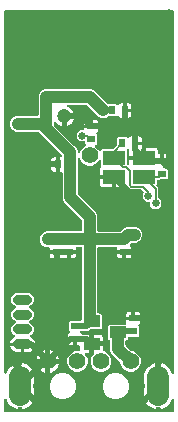
<source format=gbl>
G04 EAGLE Gerber RS-274X export*
G75*
%MOMM*%
%FSLAX34Y34*%
%LPD*%
%INBottom layer*%
%IPPOS*%
%AMOC8*
5,1,8,0,0,1.08239X$1,22.5*%
G01*
%ADD10R,0.700000X0.600000*%
%ADD11R,0.600000X0.700000*%
%ADD12C,1.420000*%
%ADD13C,1.900000*%
%ADD14C,0.812800*%
%ADD15C,1.200000*%
%ADD16R,1.400000X1.000000*%
%ADD17R,1.900000X1.200000*%
%ADD18C,0.654800*%
%ADD19C,1.000000*%
%ADD20C,0.500000*%
%ADD21C,0.152400*%
%ADD22C,1.400000*%

G36*
X147984Y5090D02*
X147984Y5090D01*
X148048Y5089D01*
X148123Y5110D01*
X148199Y5121D01*
X148258Y5147D01*
X148320Y5164D01*
X148386Y5205D01*
X148456Y5237D01*
X148505Y5279D01*
X148560Y5312D01*
X148612Y5370D01*
X148670Y5420D01*
X148706Y5474D01*
X148749Y5522D01*
X148782Y5591D01*
X148825Y5656D01*
X148844Y5718D01*
X148872Y5775D01*
X148883Y5845D01*
X148907Y5926D01*
X148908Y6011D01*
X148919Y6080D01*
X148919Y15377D01*
X148902Y15501D01*
X148888Y15626D01*
X148882Y15641D01*
X148879Y15656D01*
X148828Y15770D01*
X148779Y15887D01*
X148770Y15899D01*
X148763Y15913D01*
X148682Y16008D01*
X148603Y16106D01*
X148590Y16115D01*
X148580Y16127D01*
X148474Y16196D01*
X148372Y16268D01*
X148357Y16273D01*
X148344Y16282D01*
X148224Y16318D01*
X148105Y16359D01*
X148089Y16359D01*
X148074Y16364D01*
X147949Y16366D01*
X147823Y16371D01*
X147808Y16367D01*
X147792Y16368D01*
X147671Y16334D01*
X147549Y16304D01*
X147535Y16297D01*
X147520Y16293D01*
X147413Y16226D01*
X147304Y16164D01*
X147294Y16153D01*
X147280Y16144D01*
X147196Y16051D01*
X147109Y15960D01*
X147102Y15947D01*
X147091Y15935D01*
X146985Y15716D01*
X146970Y15685D01*
X146659Y14728D01*
X145798Y13039D01*
X144684Y11506D01*
X143344Y10166D01*
X141811Y9052D01*
X140122Y8191D01*
X138319Y7606D01*
X137499Y7476D01*
X137499Y8188D01*
X137494Y8222D01*
X137497Y8257D01*
X137474Y8361D01*
X137459Y8467D01*
X137445Y8499D01*
X137438Y8533D01*
X137387Y8627D01*
X137343Y8724D01*
X137320Y8750D01*
X137304Y8781D01*
X137229Y8857D01*
X137160Y8938D01*
X137130Y8957D01*
X137106Y8982D01*
X137013Y9034D01*
X136924Y9093D01*
X136890Y9103D01*
X136860Y9120D01*
X136756Y9144D01*
X136654Y9175D01*
X136619Y9175D01*
X136585Y9183D01*
X136496Y9177D01*
X136372Y9179D01*
X136322Y9165D01*
X136278Y9162D01*
X135500Y8984D01*
X134722Y9162D01*
X134688Y9165D01*
X134654Y9175D01*
X134548Y9176D01*
X134441Y9185D01*
X134407Y9178D01*
X134372Y9179D01*
X134270Y9150D01*
X134165Y9129D01*
X134134Y9113D01*
X134100Y9103D01*
X134010Y9047D01*
X133915Y8998D01*
X133890Y8974D01*
X133860Y8955D01*
X133789Y8876D01*
X133712Y8802D01*
X133695Y8772D01*
X133671Y8746D01*
X133625Y8650D01*
X133572Y8558D01*
X133564Y8524D01*
X133548Y8492D01*
X133535Y8404D01*
X133505Y8283D01*
X133508Y8232D01*
X133501Y8188D01*
X133501Y7476D01*
X132681Y7606D01*
X130878Y8191D01*
X129189Y9052D01*
X127656Y10166D01*
X126316Y11506D01*
X125202Y13039D01*
X124341Y14728D01*
X123756Y16531D01*
X123459Y18402D01*
X123459Y24856D01*
X123484Y24860D01*
X123548Y24859D01*
X123623Y24880D01*
X123699Y24891D01*
X123758Y24917D01*
X123820Y24934D01*
X123886Y24975D01*
X123956Y25007D01*
X124005Y25049D01*
X124060Y25082D01*
X124112Y25140D01*
X124170Y25190D01*
X124206Y25244D01*
X124249Y25292D01*
X124282Y25361D01*
X124325Y25426D01*
X124344Y25488D01*
X124372Y25545D01*
X124383Y25615D01*
X124407Y25696D01*
X124408Y25781D01*
X124419Y25850D01*
X124419Y27850D01*
X124410Y27914D01*
X124411Y27978D01*
X124390Y28053D01*
X124379Y28129D01*
X124353Y28188D01*
X124336Y28250D01*
X124295Y28316D01*
X124263Y28386D01*
X124221Y28435D01*
X124188Y28490D01*
X124130Y28542D01*
X124080Y28600D01*
X124026Y28636D01*
X123978Y28679D01*
X123909Y28712D01*
X123844Y28755D01*
X123782Y28774D01*
X123725Y28802D01*
X123655Y28812D01*
X123574Y28837D01*
X123489Y28838D01*
X123459Y28843D01*
X123459Y35298D01*
X123713Y36902D01*
X123713Y36903D01*
X123756Y37169D01*
X124341Y38972D01*
X125202Y40661D01*
X126316Y42194D01*
X127656Y43534D01*
X129189Y44648D01*
X130878Y45509D01*
X132681Y46094D01*
X133501Y46224D01*
X133501Y45512D01*
X133506Y45478D01*
X133503Y45443D01*
X133526Y45339D01*
X133541Y45233D01*
X133555Y45201D01*
X133562Y45167D01*
X133613Y45073D01*
X133657Y44976D01*
X133679Y44950D01*
X133696Y44919D01*
X133771Y44843D01*
X133840Y44762D01*
X133870Y44743D01*
X133894Y44718D01*
X133987Y44666D01*
X134076Y44607D01*
X134110Y44597D01*
X134140Y44580D01*
X134244Y44556D01*
X134346Y44525D01*
X134381Y44525D01*
X134415Y44517D01*
X134504Y44523D01*
X134628Y44521D01*
X134677Y44535D01*
X134722Y44538D01*
X135500Y44716D01*
X136278Y44538D01*
X136312Y44535D01*
X136346Y44525D01*
X136452Y44524D01*
X136559Y44515D01*
X136593Y44522D01*
X136628Y44521D01*
X136730Y44550D01*
X136835Y44571D01*
X136866Y44587D01*
X136900Y44597D01*
X136990Y44653D01*
X137085Y44702D01*
X137110Y44726D01*
X137140Y44745D01*
X137211Y44824D01*
X137288Y44898D01*
X137305Y44928D01*
X137329Y44954D01*
X137375Y45050D01*
X137428Y45142D01*
X137436Y45176D01*
X137452Y45208D01*
X137465Y45296D01*
X137495Y45417D01*
X137492Y45468D01*
X137499Y45512D01*
X137499Y46224D01*
X138319Y46094D01*
X140122Y45509D01*
X141811Y44648D01*
X143344Y43534D01*
X144684Y42194D01*
X145798Y40661D01*
X146659Y38972D01*
X146970Y38015D01*
X147025Y37902D01*
X147077Y37787D01*
X147087Y37775D01*
X147094Y37761D01*
X147178Y37669D01*
X147260Y37573D01*
X147273Y37564D01*
X147284Y37553D01*
X147390Y37488D01*
X147496Y37418D01*
X147511Y37414D01*
X147524Y37406D01*
X147646Y37373D01*
X147766Y37336D01*
X147781Y37336D01*
X147796Y37332D01*
X147922Y37334D01*
X148048Y37332D01*
X148063Y37336D01*
X148078Y37337D01*
X148198Y37374D01*
X148320Y37407D01*
X148333Y37416D01*
X148348Y37420D01*
X148452Y37489D01*
X148560Y37556D01*
X148570Y37567D01*
X148583Y37576D01*
X148664Y37672D01*
X148749Y37765D01*
X148756Y37779D01*
X148766Y37791D01*
X148817Y37906D01*
X148872Y38019D01*
X148874Y38033D01*
X148881Y38048D01*
X148914Y38290D01*
X148919Y38323D01*
X148919Y344000D01*
X148910Y344064D01*
X148911Y344128D01*
X148890Y344203D01*
X148879Y344279D01*
X148853Y344338D01*
X148836Y344400D01*
X148795Y344466D01*
X148763Y344536D01*
X148721Y344585D01*
X148688Y344640D01*
X148630Y344692D01*
X148580Y344750D01*
X148526Y344786D01*
X148478Y344829D01*
X148409Y344862D01*
X148344Y344905D01*
X148282Y344924D01*
X148225Y344952D01*
X148155Y344963D01*
X148074Y344987D01*
X147989Y344988D01*
X147920Y344999D01*
X6080Y344999D01*
X6016Y344990D01*
X5952Y344991D01*
X5877Y344970D01*
X5801Y344959D01*
X5742Y344933D01*
X5680Y344916D01*
X5614Y344875D01*
X5544Y344843D01*
X5495Y344801D01*
X5440Y344768D01*
X5388Y344710D01*
X5330Y344660D01*
X5294Y344606D01*
X5251Y344558D01*
X5218Y344489D01*
X5175Y344424D01*
X5156Y344362D01*
X5128Y344305D01*
X5117Y344235D01*
X5093Y344154D01*
X5092Y344069D01*
X5081Y344000D01*
X5081Y38323D01*
X5098Y38199D01*
X5112Y38074D01*
X5118Y38059D01*
X5121Y38044D01*
X5172Y37930D01*
X5221Y37813D01*
X5230Y37801D01*
X5237Y37787D01*
X5318Y37692D01*
X5397Y37594D01*
X5410Y37585D01*
X5420Y37573D01*
X5526Y37504D01*
X5628Y37432D01*
X5643Y37427D01*
X5656Y37418D01*
X5776Y37382D01*
X5895Y37341D01*
X5911Y37341D01*
X5926Y37336D01*
X6051Y37334D01*
X6177Y37329D01*
X6192Y37333D01*
X6208Y37332D01*
X6329Y37366D01*
X6451Y37396D01*
X6465Y37403D01*
X6480Y37407D01*
X6587Y37474D01*
X6696Y37536D01*
X6706Y37547D01*
X6720Y37556D01*
X6804Y37649D01*
X6891Y37740D01*
X6898Y37753D01*
X6909Y37765D01*
X7015Y37984D01*
X7030Y38015D01*
X7341Y38972D01*
X8202Y40661D01*
X9316Y42194D01*
X10656Y43534D01*
X12189Y44648D01*
X13878Y45509D01*
X15681Y46094D01*
X16501Y46224D01*
X16501Y45512D01*
X16506Y45478D01*
X16503Y45443D01*
X16526Y45339D01*
X16541Y45233D01*
X16555Y45201D01*
X16562Y45167D01*
X16613Y45073D01*
X16657Y44976D01*
X16679Y44950D01*
X16696Y44919D01*
X16771Y44843D01*
X16840Y44762D01*
X16870Y44743D01*
X16894Y44718D01*
X16987Y44666D01*
X17076Y44607D01*
X17110Y44597D01*
X17140Y44580D01*
X17244Y44556D01*
X17346Y44525D01*
X17381Y44525D01*
X17415Y44517D01*
X17504Y44523D01*
X17628Y44521D01*
X17677Y44535D01*
X17722Y44538D01*
X18500Y44716D01*
X19278Y44538D01*
X19312Y44535D01*
X19346Y44525D01*
X19452Y44524D01*
X19559Y44515D01*
X19593Y44522D01*
X19628Y44521D01*
X19730Y44550D01*
X19835Y44571D01*
X19866Y44587D01*
X19900Y44597D01*
X19990Y44653D01*
X20085Y44702D01*
X20110Y44726D01*
X20140Y44745D01*
X20211Y44824D01*
X20288Y44898D01*
X20305Y44928D01*
X20329Y44954D01*
X20375Y45050D01*
X20428Y45142D01*
X20436Y45176D01*
X20452Y45208D01*
X20465Y45296D01*
X20495Y45417D01*
X20492Y45468D01*
X20499Y45512D01*
X20499Y46224D01*
X21319Y46094D01*
X23122Y45509D01*
X24811Y44648D01*
X26344Y43534D01*
X27684Y42194D01*
X28798Y40661D01*
X29659Y38972D01*
X30244Y37169D01*
X30541Y35298D01*
X30541Y28844D01*
X30516Y28840D01*
X30452Y28841D01*
X30377Y28820D01*
X30301Y28809D01*
X30242Y28783D01*
X30180Y28766D01*
X30114Y28725D01*
X30044Y28693D01*
X29995Y28651D01*
X29940Y28618D01*
X29888Y28560D01*
X29830Y28510D01*
X29794Y28456D01*
X29751Y28408D01*
X29718Y28339D01*
X29675Y28274D01*
X29656Y28212D01*
X29628Y28155D01*
X29617Y28085D01*
X29593Y28004D01*
X29592Y27919D01*
X29581Y27850D01*
X29581Y25850D01*
X29590Y25786D01*
X29589Y25722D01*
X29610Y25647D01*
X29621Y25571D01*
X29647Y25512D01*
X29664Y25450D01*
X29705Y25384D01*
X29737Y25314D01*
X29779Y25265D01*
X29812Y25210D01*
X29870Y25158D01*
X29920Y25100D01*
X29974Y25064D01*
X30022Y25021D01*
X30091Y24988D01*
X30156Y24945D01*
X30218Y24926D01*
X30275Y24898D01*
X30345Y24888D01*
X30426Y24863D01*
X30511Y24862D01*
X30541Y24857D01*
X30541Y18402D01*
X30244Y16531D01*
X29659Y14728D01*
X28798Y13039D01*
X27684Y11506D01*
X26344Y10166D01*
X24811Y9052D01*
X23122Y8191D01*
X21319Y7606D01*
X20499Y7476D01*
X20499Y8188D01*
X20494Y8222D01*
X20497Y8257D01*
X20474Y8361D01*
X20459Y8467D01*
X20445Y8499D01*
X20438Y8533D01*
X20387Y8627D01*
X20343Y8724D01*
X20320Y8750D01*
X20304Y8781D01*
X20229Y8857D01*
X20160Y8938D01*
X20130Y8957D01*
X20106Y8982D01*
X20013Y9034D01*
X19924Y9093D01*
X19890Y9103D01*
X19860Y9120D01*
X19756Y9144D01*
X19654Y9175D01*
X19619Y9175D01*
X19585Y9183D01*
X19496Y9177D01*
X19372Y9179D01*
X19322Y9165D01*
X19278Y9162D01*
X18500Y8984D01*
X17722Y9162D01*
X17688Y9165D01*
X17654Y9175D01*
X17548Y9176D01*
X17441Y9185D01*
X17407Y9178D01*
X17372Y9179D01*
X17270Y9150D01*
X17165Y9129D01*
X17134Y9113D01*
X17100Y9103D01*
X17010Y9047D01*
X16915Y8998D01*
X16890Y8974D01*
X16860Y8955D01*
X16789Y8876D01*
X16712Y8802D01*
X16695Y8772D01*
X16671Y8746D01*
X16625Y8650D01*
X16572Y8558D01*
X16564Y8524D01*
X16548Y8492D01*
X16535Y8404D01*
X16505Y8283D01*
X16508Y8232D01*
X16501Y8188D01*
X16501Y7476D01*
X15681Y7606D01*
X13878Y8191D01*
X12189Y9052D01*
X10656Y10166D01*
X9316Y11506D01*
X8202Y13039D01*
X7341Y14728D01*
X7030Y15685D01*
X6975Y15798D01*
X6923Y15913D01*
X6913Y15925D01*
X6906Y15939D01*
X6822Y16031D01*
X6740Y16127D01*
X6727Y16136D01*
X6716Y16147D01*
X6610Y16212D01*
X6504Y16282D01*
X6489Y16286D01*
X6476Y16294D01*
X6354Y16327D01*
X6234Y16364D01*
X6219Y16364D01*
X6204Y16368D01*
X6078Y16366D01*
X5952Y16368D01*
X5937Y16364D01*
X5922Y16363D01*
X5802Y16326D01*
X5680Y16293D01*
X5667Y16284D01*
X5652Y16280D01*
X5548Y16211D01*
X5440Y16144D01*
X5430Y16133D01*
X5417Y16124D01*
X5336Y16028D01*
X5251Y15935D01*
X5244Y15921D01*
X5234Y15909D01*
X5183Y15794D01*
X5128Y15681D01*
X5126Y15667D01*
X5119Y15652D01*
X5086Y15410D01*
X5081Y15377D01*
X5081Y6080D01*
X5090Y6016D01*
X5089Y5952D01*
X5110Y5877D01*
X5121Y5801D01*
X5147Y5742D01*
X5164Y5680D01*
X5205Y5614D01*
X5237Y5544D01*
X5279Y5495D01*
X5312Y5440D01*
X5370Y5388D01*
X5420Y5330D01*
X5474Y5294D01*
X5522Y5251D01*
X5591Y5218D01*
X5656Y5175D01*
X5718Y5156D01*
X5775Y5128D01*
X5845Y5117D01*
X5926Y5093D01*
X6011Y5092D01*
X6080Y5081D01*
X147920Y5081D01*
X147984Y5090D01*
G37*
%LPC*%
G36*
X65284Y39225D02*
X65284Y39225D01*
X62114Y40538D01*
X59688Y42964D01*
X58375Y46134D01*
X58375Y49566D01*
X59688Y52736D01*
X62114Y55162D01*
X65284Y56475D01*
X68630Y56475D01*
X68694Y56484D01*
X68758Y56483D01*
X68833Y56504D01*
X68909Y56515D01*
X68968Y56541D01*
X69030Y56558D01*
X69096Y56599D01*
X69166Y56631D01*
X69215Y56673D01*
X69270Y56706D01*
X69322Y56764D01*
X69380Y56814D01*
X69416Y56868D01*
X69459Y56916D01*
X69492Y56985D01*
X69535Y57050D01*
X69554Y57112D01*
X69582Y57169D01*
X69593Y57239D01*
X69617Y57320D01*
X69618Y57405D01*
X69629Y57474D01*
X69629Y60350D01*
X69620Y60414D01*
X69621Y60478D01*
X69600Y60553D01*
X69589Y60629D01*
X69563Y60688D01*
X69546Y60750D01*
X69505Y60816D01*
X69473Y60886D01*
X69431Y60935D01*
X69398Y60990D01*
X69340Y61042D01*
X69290Y61100D01*
X69236Y61136D01*
X69188Y61179D01*
X69119Y61212D01*
X69054Y61255D01*
X68992Y61274D01*
X68935Y61302D01*
X68865Y61313D01*
X68784Y61337D01*
X68699Y61338D01*
X68630Y61349D01*
X66269Y61349D01*
X66269Y66390D01*
X66260Y66453D01*
X66261Y66518D01*
X66240Y66592D01*
X66229Y66669D01*
X66203Y66727D01*
X66186Y66789D01*
X66145Y66855D01*
X66113Y66926D01*
X66071Y66975D01*
X66038Y67029D01*
X65980Y67081D01*
X65930Y67140D01*
X65876Y67175D01*
X65828Y67218D01*
X65759Y67252D01*
X65694Y67295D01*
X65632Y67313D01*
X65575Y67341D01*
X65505Y67352D01*
X65424Y67377D01*
X65339Y67378D01*
X65270Y67389D01*
X65269Y67389D01*
X65269Y67390D01*
X65260Y67454D01*
X65261Y67518D01*
X65240Y67593D01*
X65229Y67669D01*
X65203Y67728D01*
X65186Y67790D01*
X65145Y67856D01*
X65113Y67926D01*
X65071Y67975D01*
X65037Y68030D01*
X64980Y68082D01*
X64930Y68140D01*
X64876Y68176D01*
X64828Y68219D01*
X64759Y68252D01*
X64694Y68295D01*
X64632Y68314D01*
X64574Y68342D01*
X64505Y68353D01*
X64424Y68377D01*
X64339Y68378D01*
X64270Y68389D01*
X58729Y68389D01*
X58729Y70225D01*
X58902Y70871D01*
X59237Y71450D01*
X59710Y71923D01*
X60085Y72140D01*
X60127Y72173D01*
X60175Y72198D01*
X60238Y72259D01*
X60307Y72314D01*
X60338Y72357D01*
X60377Y72395D01*
X60420Y72471D01*
X60471Y72543D01*
X60489Y72593D01*
X60516Y72640D01*
X60536Y72726D01*
X60565Y72809D01*
X60568Y72862D01*
X60581Y72915D01*
X60576Y73003D01*
X60581Y73090D01*
X60569Y73142D01*
X60566Y73196D01*
X60537Y73280D01*
X60518Y73365D01*
X60491Y73412D01*
X60474Y73463D01*
X60428Y73526D01*
X60380Y73611D01*
X60340Y73650D01*
X60328Y73669D01*
X60312Y73684D01*
X60292Y73712D01*
X59745Y74258D01*
X59745Y81522D01*
X60638Y82415D01*
X68902Y82415D01*
X68939Y82377D01*
X68965Y82358D01*
X68986Y82333D01*
X69078Y82273D01*
X69165Y82208D01*
X69195Y82196D01*
X69222Y82179D01*
X69327Y82147D01*
X69429Y82108D01*
X69461Y82106D01*
X69492Y82096D01*
X69601Y82095D01*
X69710Y82086D01*
X69742Y82093D01*
X69774Y82092D01*
X69879Y82122D01*
X69986Y82144D01*
X70015Y82159D01*
X70046Y82168D01*
X70139Y82225D01*
X70235Y82276D01*
X70258Y82299D01*
X70286Y82316D01*
X70359Y82397D01*
X70437Y82473D01*
X70453Y82501D01*
X70475Y82525D01*
X70522Y82623D01*
X70576Y82718D01*
X70584Y82750D01*
X70598Y82779D01*
X70612Y82868D01*
X70641Y82993D01*
X70639Y83041D01*
X70645Y83083D01*
X70645Y87522D01*
X70653Y87529D01*
X70710Y87606D01*
X70775Y87677D01*
X70795Y87718D01*
X70822Y87754D01*
X70856Y87844D01*
X70898Y87931D01*
X70904Y87973D01*
X70921Y88018D01*
X70931Y88146D01*
X70945Y88235D01*
X70945Y144026D01*
X70937Y144085D01*
X70937Y144104D01*
X70936Y144107D01*
X70937Y144154D01*
X70916Y144229D01*
X70905Y144305D01*
X70879Y144364D01*
X70862Y144426D01*
X70821Y144492D01*
X70789Y144562D01*
X70747Y144611D01*
X70714Y144666D01*
X70656Y144718D01*
X70606Y144776D01*
X70552Y144812D01*
X70504Y144855D01*
X70435Y144888D01*
X70370Y144931D01*
X70308Y144950D01*
X70251Y144978D01*
X70181Y144989D01*
X70100Y145013D01*
X70015Y145014D01*
X69946Y145025D01*
X66727Y145025D01*
X66673Y145018D01*
X66619Y145019D01*
X66534Y144998D01*
X66448Y144985D01*
X66399Y144963D01*
X66346Y144950D01*
X66271Y144905D01*
X66191Y144869D01*
X66150Y144834D01*
X66103Y144806D01*
X66043Y144743D01*
X65977Y144686D01*
X65947Y144640D01*
X65910Y144601D01*
X65870Y144523D01*
X65822Y144450D01*
X65806Y144398D01*
X65782Y144349D01*
X65765Y144264D01*
X65740Y144180D01*
X65739Y144126D01*
X65729Y144072D01*
X65733Y144033D01*
X65731Y144016D01*
X65731Y142049D01*
X60190Y142049D01*
X60127Y142040D01*
X60062Y142041D01*
X59988Y142020D01*
X59911Y142009D01*
X59853Y141983D01*
X59791Y141966D01*
X59725Y141925D01*
X59687Y141908D01*
X59679Y141912D01*
X59614Y141955D01*
X59552Y141974D01*
X59494Y142002D01*
X59425Y142013D01*
X59344Y142037D01*
X59259Y142038D01*
X59190Y142049D01*
X50030Y142049D01*
X49967Y142040D01*
X49902Y142041D01*
X49828Y142020D01*
X49751Y142009D01*
X49693Y141983D01*
X49631Y141966D01*
X49565Y141925D01*
X49527Y141908D01*
X49519Y141912D01*
X49454Y141955D01*
X49392Y141974D01*
X49334Y142002D01*
X49265Y142013D01*
X49184Y142037D01*
X49099Y142038D01*
X49030Y142049D01*
X43489Y142049D01*
X43489Y143606D01*
X43480Y143670D01*
X43481Y143734D01*
X43460Y143809D01*
X43449Y143885D01*
X43423Y143944D01*
X43406Y144006D01*
X43365Y144072D01*
X43333Y144142D01*
X43291Y144191D01*
X43258Y144246D01*
X43200Y144298D01*
X43150Y144356D01*
X43096Y144392D01*
X43048Y144435D01*
X42979Y144468D01*
X42914Y144511D01*
X42852Y144530D01*
X42795Y144558D01*
X42725Y144569D01*
X42644Y144593D01*
X42559Y144594D01*
X42490Y144605D01*
X40612Y144605D01*
X38214Y145599D01*
X36379Y147434D01*
X35385Y149832D01*
X35385Y152428D01*
X36379Y154826D01*
X38634Y157081D01*
X41032Y158075D01*
X69946Y158075D01*
X70010Y158084D01*
X70074Y158083D01*
X70149Y158104D01*
X70225Y158115D01*
X70284Y158141D01*
X70346Y158158D01*
X70412Y158199D01*
X70482Y158231D01*
X70531Y158273D01*
X70586Y158306D01*
X70638Y158364D01*
X70696Y158414D01*
X70732Y158468D01*
X70775Y158516D01*
X70808Y158585D01*
X70851Y158650D01*
X70870Y158712D01*
X70898Y158769D01*
X70909Y158839D01*
X70933Y158920D01*
X70934Y159005D01*
X70945Y159074D01*
X70945Y167063D01*
X70932Y167158D01*
X70927Y167255D01*
X70912Y167298D01*
X70905Y167343D01*
X70866Y167430D01*
X70834Y167521D01*
X70809Y167555D01*
X70789Y167600D01*
X70706Y167697D01*
X70653Y167770D01*
X57405Y181018D01*
X55429Y182994D01*
X54435Y185392D01*
X54435Y207590D01*
X54426Y207654D01*
X54427Y207718D01*
X54406Y207793D01*
X54395Y207869D01*
X54369Y207928D01*
X54352Y207990D01*
X54311Y208056D01*
X54279Y208126D01*
X54237Y208175D01*
X54204Y208230D01*
X54146Y208282D01*
X54096Y208340D01*
X54042Y208376D01*
X53994Y208419D01*
X53925Y208452D01*
X53860Y208495D01*
X53798Y208514D01*
X53741Y208542D01*
X53671Y208553D01*
X53590Y208577D01*
X53505Y208578D01*
X53436Y208589D01*
X51879Y208589D01*
X51879Y214130D01*
X51870Y214193D01*
X51871Y214258D01*
X51850Y214332D01*
X51839Y214409D01*
X51813Y214467D01*
X51796Y214529D01*
X51755Y214595D01*
X51738Y214633D01*
X51742Y214641D01*
X51785Y214706D01*
X51804Y214768D01*
X51832Y214826D01*
X51843Y214895D01*
X51867Y214976D01*
X51868Y215061D01*
X51879Y215130D01*
X51879Y220671D01*
X53436Y220671D01*
X53484Y220678D01*
X53500Y220676D01*
X53516Y220680D01*
X53564Y220679D01*
X53639Y220700D01*
X53715Y220711D01*
X53759Y220730D01*
X53776Y220734D01*
X53791Y220742D01*
X53836Y220754D01*
X53902Y220795D01*
X53972Y220827D01*
X54007Y220857D01*
X54025Y220866D01*
X54038Y220879D01*
X54076Y220902D01*
X54128Y220960D01*
X54186Y221010D01*
X54210Y221047D01*
X54227Y221063D01*
X54238Y221082D01*
X54265Y221112D01*
X54298Y221181D01*
X54341Y221246D01*
X54353Y221285D01*
X54366Y221309D01*
X54372Y221333D01*
X54388Y221365D01*
X54399Y221435D01*
X54423Y221516D01*
X54424Y221552D01*
X54431Y221583D01*
X54429Y221629D01*
X54435Y221670D01*
X54435Y221673D01*
X54426Y221737D01*
X54427Y221798D01*
X54419Y221828D01*
X54417Y221865D01*
X54402Y221908D01*
X54395Y221953D01*
X54367Y222017D01*
X54352Y222070D01*
X54338Y222093D01*
X54324Y222131D01*
X54299Y222165D01*
X54279Y222210D01*
X54230Y222267D01*
X54204Y222310D01*
X54175Y222335D01*
X54143Y222380D01*
X37085Y239438D01*
X37084Y239438D01*
X34420Y242103D01*
X34343Y242160D01*
X34272Y242225D01*
X34231Y242245D01*
X34194Y242272D01*
X34104Y242306D01*
X34018Y242348D01*
X33976Y242354D01*
X33931Y242371D01*
X33803Y242381D01*
X33713Y242395D01*
X15212Y242395D01*
X12814Y243389D01*
X10979Y245224D01*
X9985Y247622D01*
X9985Y250218D01*
X10979Y252616D01*
X12814Y254451D01*
X15212Y255445D01*
X33116Y255445D01*
X33180Y255454D01*
X33244Y255453D01*
X33319Y255474D01*
X33395Y255485D01*
X33454Y255511D01*
X33516Y255528D01*
X33582Y255569D01*
X33652Y255601D01*
X33701Y255643D01*
X33756Y255676D01*
X33808Y255734D01*
X33866Y255784D01*
X33902Y255838D01*
X33945Y255886D01*
X33978Y255955D01*
X34021Y256020D01*
X34040Y256082D01*
X34068Y256139D01*
X34079Y256209D01*
X34103Y256290D01*
X34104Y256375D01*
X34115Y256444D01*
X34115Y273078D01*
X35109Y275476D01*
X36944Y277311D01*
X39342Y278305D01*
X78768Y278305D01*
X81166Y277311D01*
X92810Y265667D01*
X92887Y265610D01*
X92958Y265545D01*
X92999Y265525D01*
X93036Y265498D01*
X93126Y265464D01*
X93212Y265422D01*
X93254Y265416D01*
X93299Y265399D01*
X93427Y265389D01*
X93517Y265375D01*
X99732Y265375D01*
X100278Y264828D01*
X100321Y264796D01*
X100358Y264757D01*
X100433Y264712D01*
X100504Y264659D01*
X100554Y264640D01*
X100600Y264612D01*
X100685Y264590D01*
X100768Y264559D01*
X100821Y264555D01*
X100873Y264542D01*
X100961Y264544D01*
X101049Y264537D01*
X101101Y264548D01*
X101155Y264550D01*
X101239Y264577D01*
X101325Y264595D01*
X101372Y264620D01*
X101423Y264637D01*
X101496Y264686D01*
X101574Y264727D01*
X101613Y264765D01*
X101657Y264795D01*
X101706Y264856D01*
X101776Y264924D01*
X101812Y264987D01*
X101850Y265035D01*
X102067Y265410D01*
X102540Y265883D01*
X103119Y266218D01*
X103765Y266391D01*
X105601Y266391D01*
X105601Y260850D01*
X105609Y260790D01*
X105609Y260761D01*
X105609Y260759D01*
X105609Y260722D01*
X105630Y260648D01*
X105641Y260571D01*
X105667Y260513D01*
X105684Y260451D01*
X105725Y260385D01*
X105742Y260347D01*
X105738Y260339D01*
X105695Y260274D01*
X105676Y260212D01*
X105648Y260154D01*
X105637Y260085D01*
X105613Y260004D01*
X105612Y259919D01*
X105601Y259850D01*
X105601Y254309D01*
X103765Y254309D01*
X103119Y254482D01*
X102540Y254817D01*
X102067Y255290D01*
X101850Y255665D01*
X101817Y255707D01*
X101792Y255755D01*
X101731Y255818D01*
X101676Y255887D01*
X101633Y255918D01*
X101595Y255957D01*
X101519Y256000D01*
X101447Y256051D01*
X101397Y256069D01*
X101350Y256096D01*
X101264Y256116D01*
X101181Y256145D01*
X101128Y256148D01*
X101075Y256161D01*
X100987Y256156D01*
X100900Y256161D01*
X100848Y256149D01*
X100794Y256146D01*
X100710Y256117D01*
X100625Y256098D01*
X100578Y256071D01*
X100527Y256054D01*
X100464Y256008D01*
X100379Y255960D01*
X100328Y255908D01*
X100278Y255872D01*
X99732Y255325D01*
X93517Y255325D01*
X93421Y255312D01*
X93325Y255307D01*
X93282Y255292D01*
X93237Y255285D01*
X93150Y255246D01*
X93059Y255214D01*
X93024Y255189D01*
X92980Y255169D01*
X92883Y255086D01*
X92810Y255033D01*
X92596Y254819D01*
X90198Y253825D01*
X87602Y253825D01*
X85204Y254819D01*
X75060Y264963D01*
X74983Y265020D01*
X74912Y265085D01*
X74871Y265105D01*
X74834Y265132D01*
X74744Y265166D01*
X74658Y265208D01*
X74616Y265214D01*
X74571Y265231D01*
X74443Y265241D01*
X74353Y265255D01*
X59115Y265255D01*
X59029Y265243D01*
X58942Y265240D01*
X58890Y265223D01*
X58836Y265215D01*
X58757Y265180D01*
X58674Y265153D01*
X58629Y265122D01*
X58579Y265099D01*
X58513Y265043D01*
X58441Y264994D01*
X58406Y264951D01*
X58365Y264916D01*
X58317Y264843D01*
X58262Y264776D01*
X58240Y264726D01*
X58210Y264680D01*
X58185Y264597D01*
X58150Y264517D01*
X58144Y264463D01*
X58128Y264410D01*
X58127Y264323D01*
X58116Y264237D01*
X58125Y264183D01*
X58124Y264128D01*
X58147Y264044D01*
X58161Y263959D01*
X58184Y263909D01*
X58199Y263856D01*
X58245Y263782D01*
X58282Y263704D01*
X58318Y263663D01*
X58347Y263616D01*
X58412Y263558D01*
X58469Y263493D01*
X58513Y263467D01*
X58557Y263427D01*
X58659Y263378D01*
X58733Y263333D01*
X59926Y262839D01*
X61324Y261904D01*
X62514Y260714D01*
X63449Y259316D01*
X64092Y257761D01*
X64190Y257269D01*
X56880Y257269D01*
X56817Y257260D01*
X56752Y257261D01*
X56678Y257240D01*
X56601Y257229D01*
X56542Y257203D01*
X56480Y257186D01*
X56414Y257145D01*
X56344Y257113D01*
X56295Y257071D01*
X56240Y257038D01*
X56189Y256980D01*
X56130Y256930D01*
X56094Y256876D01*
X56051Y256828D01*
X56018Y256759D01*
X55975Y256694D01*
X55956Y256632D01*
X55928Y256575D01*
X55918Y256505D01*
X55893Y256424D01*
X55892Y256339D01*
X55881Y256270D01*
X55881Y255269D01*
X54880Y255269D01*
X54816Y255260D01*
X54752Y255261D01*
X54677Y255240D01*
X54601Y255229D01*
X54542Y255203D01*
X54480Y255186D01*
X54414Y255145D01*
X54344Y255113D01*
X54295Y255071D01*
X54240Y255038D01*
X54188Y254980D01*
X54130Y254930D01*
X54094Y254876D01*
X54051Y254828D01*
X54018Y254759D01*
X53975Y254694D01*
X53956Y254632D01*
X53928Y254574D01*
X53917Y254505D01*
X53893Y254424D01*
X53892Y254339D01*
X53881Y254270D01*
X53881Y246960D01*
X53389Y247058D01*
X51834Y247701D01*
X50436Y248636D01*
X49246Y249825D01*
X48995Y250201D01*
X48908Y250298D01*
X48824Y250397D01*
X48814Y250403D01*
X48807Y250411D01*
X48697Y250480D01*
X48588Y250551D01*
X48577Y250555D01*
X48567Y250561D01*
X48442Y250596D01*
X48318Y250634D01*
X48307Y250634D01*
X48296Y250637D01*
X48166Y250636D01*
X48036Y250637D01*
X48025Y250634D01*
X48014Y250634D01*
X47890Y250597D01*
X47764Y250562D01*
X47755Y250556D01*
X47744Y250553D01*
X47635Y250482D01*
X47524Y250414D01*
X47517Y250406D01*
X47507Y250399D01*
X47422Y250301D01*
X47335Y250205D01*
X47330Y250194D01*
X47323Y250186D01*
X47269Y250067D01*
X47212Y249951D01*
X47211Y249940D01*
X47206Y249929D01*
X47165Y249650D01*
X47165Y249648D01*
X47165Y249646D01*
X47165Y248227D01*
X47178Y248132D01*
X47183Y248035D01*
X47198Y247992D01*
X47205Y247947D01*
X47244Y247860D01*
X47276Y247769D01*
X47301Y247735D01*
X47321Y247690D01*
X47404Y247593D01*
X47457Y247520D01*
X64515Y230462D01*
X64516Y230462D01*
X66491Y228486D01*
X67485Y226088D01*
X67485Y225443D01*
X67497Y225357D01*
X67500Y225270D01*
X67517Y225218D01*
X67525Y225164D01*
X67560Y225085D01*
X67587Y225002D01*
X67618Y224957D01*
X67641Y224907D01*
X67697Y224841D01*
X67746Y224769D01*
X67788Y224734D01*
X67824Y224693D01*
X67897Y224645D01*
X67964Y224590D01*
X68014Y224568D01*
X68060Y224538D01*
X68143Y224513D01*
X68223Y224479D01*
X68277Y224472D01*
X68330Y224456D01*
X68417Y224455D01*
X68503Y224444D01*
X68557Y224453D01*
X68612Y224452D01*
X68696Y224475D01*
X68781Y224489D01*
X68831Y224513D01*
X68884Y224527D01*
X68957Y224573D01*
X69036Y224610D01*
X69077Y224647D01*
X69124Y224675D01*
X69182Y224740D01*
X69247Y224798D01*
X69273Y224841D01*
X69313Y224885D01*
X69362Y224987D01*
X69407Y225061D01*
X70243Y227079D01*
X72641Y229477D01*
X73922Y230008D01*
X74010Y230059D01*
X74029Y230068D01*
X74036Y230074D01*
X74129Y230124D01*
X74145Y230140D01*
X74165Y230151D01*
X74246Y230238D01*
X74331Y230320D01*
X74342Y230340D01*
X74358Y230357D01*
X74412Y230463D01*
X74470Y230566D01*
X74475Y230588D01*
X74486Y230608D01*
X74508Y230725D01*
X74535Y230840D01*
X74534Y230863D01*
X74538Y230885D01*
X74527Y231003D01*
X74521Y231122D01*
X74513Y231144D01*
X74511Y231166D01*
X74467Y231276D01*
X74428Y231388D01*
X74415Y231406D01*
X74406Y231428D01*
X74292Y231575D01*
X74246Y231637D01*
X73715Y232168D01*
X73715Y233274D01*
X73706Y233338D01*
X73707Y233402D01*
X73686Y233477D01*
X73675Y233553D01*
X73649Y233612D01*
X73632Y233674D01*
X73591Y233740D01*
X73559Y233810D01*
X73517Y233859D01*
X73484Y233914D01*
X73426Y233966D01*
X73376Y234024D01*
X73322Y234060D01*
X73274Y234103D01*
X73205Y234136D01*
X73140Y234179D01*
X73078Y234198D01*
X73021Y234226D01*
X72951Y234237D01*
X72870Y234261D01*
X72785Y234262D01*
X72716Y234273D01*
X69132Y234273D01*
X66321Y237084D01*
X66321Y241060D01*
X69132Y243871D01*
X71700Y243871D01*
X71764Y243880D01*
X71828Y243879D01*
X71903Y243900D01*
X71979Y243911D01*
X72038Y243937D01*
X72100Y243954D01*
X72166Y243995D01*
X72236Y244027D01*
X72285Y244069D01*
X72340Y244102D01*
X72392Y244160D01*
X72450Y244210D01*
X72486Y244264D01*
X72529Y244312D01*
X72562Y244381D01*
X72605Y244446D01*
X72624Y244508D01*
X72652Y244565D01*
X72663Y244635D01*
X72687Y244716D01*
X72688Y244801D01*
X72699Y244870D01*
X72699Y245301D01*
X78240Y245301D01*
X78303Y245310D01*
X78368Y245309D01*
X78442Y245330D01*
X78519Y245341D01*
X78577Y245367D01*
X78639Y245384D01*
X78705Y245425D01*
X78743Y245442D01*
X78751Y245438D01*
X78816Y245395D01*
X78878Y245376D01*
X78936Y245348D01*
X79005Y245337D01*
X79086Y245313D01*
X79171Y245312D01*
X79240Y245301D01*
X84781Y245301D01*
X84781Y243465D01*
X84608Y242819D01*
X84273Y242240D01*
X83800Y241767D01*
X83425Y241550D01*
X83383Y241517D01*
X83335Y241492D01*
X83272Y241431D01*
X83203Y241376D01*
X83172Y241333D01*
X83133Y241295D01*
X83090Y241219D01*
X83039Y241147D01*
X83021Y241097D01*
X82994Y241050D01*
X82974Y240964D01*
X82945Y240881D01*
X82942Y240828D01*
X82929Y240775D01*
X82934Y240687D01*
X82929Y240600D01*
X82941Y240548D01*
X82944Y240494D01*
X82973Y240410D01*
X82992Y240325D01*
X83019Y240278D01*
X83036Y240227D01*
X83082Y240164D01*
X83130Y240079D01*
X83182Y240028D01*
X83218Y239978D01*
X83765Y239432D01*
X83765Y232168D01*
X82868Y231272D01*
X82849Y231273D01*
X82742Y231251D01*
X82634Y231235D01*
X82604Y231222D01*
X82573Y231216D01*
X82476Y231164D01*
X82377Y231119D01*
X82352Y231098D01*
X82324Y231083D01*
X82246Y231007D01*
X82162Y230936D01*
X82145Y230909D01*
X82122Y230886D01*
X82068Y230791D01*
X82008Y230700D01*
X81999Y230669D01*
X81983Y230641D01*
X81958Y230535D01*
X81926Y230430D01*
X81925Y230398D01*
X81918Y230367D01*
X81923Y230257D01*
X81922Y230148D01*
X81930Y230117D01*
X81932Y230085D01*
X81968Y229982D01*
X81997Y229876D01*
X82014Y229849D01*
X82025Y229818D01*
X82078Y229745D01*
X82145Y229636D01*
X82181Y229604D01*
X82206Y229569D01*
X84697Y227079D01*
X84943Y226485D01*
X84987Y226410D01*
X85023Y226331D01*
X85058Y226290D01*
X85086Y226242D01*
X85150Y226183D01*
X85206Y226117D01*
X85252Y226087D01*
X85292Y226050D01*
X85369Y226010D01*
X85442Y225963D01*
X85495Y225947D01*
X85544Y225922D01*
X85629Y225906D01*
X85712Y225880D01*
X85767Y225880D01*
X85821Y225869D01*
X85907Y225878D01*
X85994Y225877D01*
X86047Y225891D01*
X86101Y225896D01*
X86182Y225929D01*
X86266Y225952D01*
X86312Y225981D01*
X86363Y226001D01*
X86432Y226054D01*
X86506Y226100D01*
X86542Y226141D01*
X86586Y226174D01*
X86637Y226245D01*
X86695Y226309D01*
X86719Y226359D01*
X86751Y226403D01*
X86780Y226485D01*
X86818Y226563D01*
X86826Y226613D01*
X86845Y226669D01*
X86847Y226704D01*
X87758Y227615D01*
X96547Y227615D01*
X96642Y227628D01*
X96738Y227633D01*
X96781Y227648D01*
X96826Y227655D01*
X96914Y227694D01*
X97004Y227726D01*
X97039Y227751D01*
X97083Y227771D01*
X97180Y227854D01*
X97253Y227907D01*
X100173Y230827D01*
X100230Y230903D01*
X100295Y230975D01*
X100315Y231016D01*
X100342Y231052D01*
X100376Y231142D01*
X100418Y231229D01*
X100424Y231271D01*
X100441Y231316D01*
X100451Y231444D01*
X100465Y231533D01*
X100465Y236542D01*
X101358Y237435D01*
X108622Y237435D01*
X109168Y236888D01*
X109211Y236856D01*
X109248Y236817D01*
X109323Y236772D01*
X109394Y236719D01*
X109444Y236700D01*
X109490Y236672D01*
X109575Y236650D01*
X109658Y236619D01*
X109711Y236615D01*
X109763Y236602D01*
X109851Y236604D01*
X109939Y236597D01*
X109991Y236608D01*
X110045Y236610D01*
X110129Y236637D01*
X110215Y236655D01*
X110262Y236680D01*
X110313Y236697D01*
X110386Y236746D01*
X110464Y236787D01*
X110503Y236825D01*
X110547Y236855D01*
X110596Y236916D01*
X110666Y236984D01*
X110702Y237047D01*
X110740Y237095D01*
X110957Y237470D01*
X111430Y237943D01*
X112009Y238278D01*
X112655Y238451D01*
X114491Y238451D01*
X114491Y232910D01*
X114500Y232847D01*
X114499Y232782D01*
X114520Y232708D01*
X114531Y232631D01*
X114557Y232573D01*
X114574Y232511D01*
X114615Y232445D01*
X114647Y232374D01*
X114688Y232325D01*
X114722Y232271D01*
X114780Y232219D01*
X114830Y232160D01*
X114884Y232125D01*
X114932Y232082D01*
X115001Y232048D01*
X115066Y232005D01*
X115128Y231987D01*
X115185Y231959D01*
X115255Y231948D01*
X115336Y231923D01*
X115421Y231922D01*
X115490Y231911D01*
X115491Y231911D01*
X115491Y231910D01*
X115500Y231846D01*
X115499Y231783D01*
X115499Y231782D01*
X115520Y231707D01*
X115531Y231631D01*
X115557Y231572D01*
X115574Y231510D01*
X115615Y231444D01*
X115647Y231374D01*
X115689Y231325D01*
X115723Y231270D01*
X115780Y231218D01*
X115830Y231160D01*
X115884Y231124D01*
X115932Y231081D01*
X116001Y231048D01*
X116066Y231005D01*
X116128Y230986D01*
X116186Y230958D01*
X116255Y230947D01*
X116336Y230923D01*
X116421Y230922D01*
X116490Y230911D01*
X121531Y230911D01*
X121531Y228575D01*
X121358Y227929D01*
X121225Y227699D01*
X121185Y227600D01*
X121138Y227504D01*
X121133Y227472D01*
X121120Y227437D01*
X121105Y227290D01*
X121091Y227199D01*
X121091Y222089D01*
X111049Y222089D01*
X111049Y226424D01*
X111082Y226547D01*
X111094Y226643D01*
X111114Y226737D01*
X111111Y226782D01*
X111116Y226827D01*
X111100Y226922D01*
X111094Y227018D01*
X111078Y227058D01*
X111070Y227106D01*
X111015Y227221D01*
X110982Y227306D01*
X110740Y227725D01*
X110707Y227767D01*
X110682Y227815D01*
X110621Y227878D01*
X110566Y227947D01*
X110523Y227978D01*
X110485Y228017D01*
X110409Y228060D01*
X110337Y228111D01*
X110287Y228129D01*
X110240Y228156D01*
X110154Y228176D01*
X110071Y228205D01*
X110018Y228208D01*
X109965Y228221D01*
X109877Y228216D01*
X109790Y228221D01*
X109737Y228209D01*
X109684Y228206D01*
X109600Y228177D01*
X109515Y228158D01*
X109468Y228131D01*
X109417Y228114D01*
X109354Y228068D01*
X109269Y228020D01*
X109218Y227968D01*
X109168Y227932D01*
X109143Y227907D01*
X109104Y227855D01*
X109058Y227810D01*
X109020Y227743D01*
X108974Y227681D01*
X108951Y227621D01*
X108919Y227565D01*
X108901Y227489D01*
X108874Y227417D01*
X108869Y227353D01*
X108854Y227290D01*
X108858Y227213D01*
X108852Y227136D01*
X108865Y227073D01*
X108869Y227009D01*
X108894Y226935D01*
X108910Y226860D01*
X108915Y226851D01*
X108915Y215446D01*
X108928Y215351D01*
X108933Y215255D01*
X108948Y215212D01*
X108955Y215167D01*
X108994Y215079D01*
X109026Y214989D01*
X109051Y214954D01*
X109071Y214910D01*
X109154Y214813D01*
X109207Y214739D01*
X109343Y214603D01*
X109369Y214584D01*
X109390Y214559D01*
X109482Y214500D01*
X109569Y214434D01*
X109599Y214423D01*
X109626Y214405D01*
X109731Y214373D01*
X109833Y214335D01*
X109865Y214332D01*
X109896Y214323D01*
X110005Y214321D01*
X110114Y214313D01*
X110146Y214319D01*
X110178Y214319D01*
X110283Y214348D01*
X110390Y214370D01*
X110419Y214385D01*
X110450Y214394D01*
X110543Y214451D01*
X110639Y214503D01*
X110662Y214525D01*
X110690Y214542D01*
X110763Y214623D01*
X110841Y214699D01*
X110857Y214728D01*
X110879Y214752D01*
X110926Y214850D01*
X110980Y214945D01*
X110988Y214976D01*
X111002Y215005D01*
X111016Y215095D01*
X111045Y215219D01*
X111043Y215268D01*
X111049Y215310D01*
X111049Y218091D01*
X122090Y218091D01*
X122154Y218100D01*
X122218Y218099D01*
X122292Y218120D01*
X122369Y218131D01*
X122428Y218157D01*
X122490Y218174D01*
X122556Y218215D01*
X122626Y218247D01*
X122675Y218289D01*
X122730Y218322D01*
X122781Y218380D01*
X122840Y218430D01*
X122876Y218484D01*
X122919Y218532D01*
X122952Y218601D01*
X122995Y218666D01*
X123014Y218728D01*
X123042Y218785D01*
X123052Y218855D01*
X123077Y218936D01*
X123078Y219021D01*
X123089Y219090D01*
X123089Y220091D01*
X124090Y220091D01*
X124154Y220100D01*
X124218Y220099D01*
X124293Y220120D01*
X124369Y220131D01*
X124428Y220157D01*
X124490Y220174D01*
X124556Y220215D01*
X124626Y220247D01*
X124675Y220289D01*
X124730Y220322D01*
X124782Y220380D01*
X124840Y220430D01*
X124876Y220484D01*
X124919Y220532D01*
X124952Y220601D01*
X124995Y220666D01*
X125014Y220728D01*
X125042Y220786D01*
X125052Y220855D01*
X125077Y220936D01*
X125078Y221021D01*
X125089Y221090D01*
X125089Y228631D01*
X132925Y228631D01*
X133571Y228458D01*
X134150Y228123D01*
X134623Y227650D01*
X134958Y227071D01*
X135131Y226425D01*
X135131Y224130D01*
X135140Y224066D01*
X135139Y224002D01*
X135160Y223927D01*
X135171Y223851D01*
X135197Y223792D01*
X135214Y223730D01*
X135255Y223664D01*
X135287Y223594D01*
X135329Y223545D01*
X135362Y223490D01*
X135420Y223438D01*
X135470Y223380D01*
X135524Y223344D01*
X135572Y223301D01*
X135641Y223268D01*
X135706Y223225D01*
X135768Y223206D01*
X135825Y223178D01*
X135895Y223167D01*
X135976Y223143D01*
X136061Y223142D01*
X136130Y223131D01*
X136931Y223131D01*
X136931Y218090D01*
X136940Y218027D01*
X136939Y217962D01*
X136960Y217888D01*
X136971Y217811D01*
X136997Y217753D01*
X137014Y217691D01*
X137055Y217625D01*
X137087Y217554D01*
X137128Y217505D01*
X137162Y217451D01*
X137220Y217399D01*
X137270Y217340D01*
X137324Y217305D01*
X137372Y217262D01*
X137441Y217228D01*
X137506Y217185D01*
X137568Y217167D01*
X137625Y217139D01*
X137695Y217128D01*
X137776Y217103D01*
X137861Y217102D01*
X137930Y217091D01*
X137931Y217091D01*
X137931Y217090D01*
X137940Y217026D01*
X137939Y216962D01*
X137960Y216887D01*
X137971Y216811D01*
X137997Y216752D01*
X138014Y216690D01*
X138055Y216624D01*
X138087Y216554D01*
X138129Y216505D01*
X138163Y216450D01*
X138220Y216398D01*
X138270Y216340D01*
X138324Y216304D01*
X138372Y216261D01*
X138441Y216228D01*
X138506Y216185D01*
X138568Y216166D01*
X138626Y216138D01*
X138695Y216127D01*
X138776Y216103D01*
X138861Y216102D01*
X138930Y216091D01*
X144471Y216091D01*
X144471Y214255D01*
X144298Y213609D01*
X143963Y213030D01*
X143490Y212557D01*
X143115Y212340D01*
X143073Y212307D01*
X143025Y212282D01*
X142962Y212221D01*
X142893Y212166D01*
X142862Y212123D01*
X142823Y212085D01*
X142780Y212009D01*
X142729Y211937D01*
X142711Y211887D01*
X142684Y211840D01*
X142664Y211754D01*
X142635Y211671D01*
X142632Y211618D01*
X142619Y211565D01*
X142624Y211477D01*
X142619Y211390D01*
X142631Y211338D01*
X142634Y211284D01*
X142663Y211200D01*
X142682Y211115D01*
X142709Y211068D01*
X142726Y211017D01*
X142772Y210954D01*
X142820Y210869D01*
X142872Y210818D01*
X142908Y210768D01*
X143455Y210222D01*
X143455Y202958D01*
X142562Y202065D01*
X137553Y202065D01*
X137458Y202052D01*
X137362Y202047D01*
X137319Y202032D01*
X137274Y202025D01*
X137186Y201986D01*
X137095Y201954D01*
X137061Y201929D01*
X137017Y201909D01*
X136920Y201826D01*
X136889Y201803D01*
X135114Y201803D01*
X135050Y201794D01*
X134986Y201795D01*
X134911Y201774D01*
X134835Y201763D01*
X134776Y201737D01*
X134714Y201720D01*
X134648Y201679D01*
X134578Y201647D01*
X134529Y201605D01*
X134474Y201572D01*
X134422Y201514D01*
X134364Y201464D01*
X134328Y201410D01*
X134285Y201362D01*
X134252Y201293D01*
X134209Y201228D01*
X134190Y201166D01*
X134162Y201109D01*
X134151Y201039D01*
X134127Y200958D01*
X134126Y200873D01*
X134115Y200804D01*
X134115Y197416D01*
X134072Y197360D01*
X134050Y197300D01*
X134018Y197244D01*
X134000Y197168D01*
X133973Y197096D01*
X133968Y197032D01*
X133953Y196969D01*
X133957Y196892D01*
X133951Y196815D01*
X133964Y196752D01*
X133967Y196688D01*
X133993Y196614D01*
X134009Y196539D01*
X134039Y196482D01*
X134060Y196421D01*
X134101Y196365D01*
X134141Y196290D01*
X134200Y196229D01*
X134242Y196172D01*
X135637Y194777D01*
X135637Y186524D01*
X135650Y186428D01*
X135655Y186332D01*
X135670Y186289D01*
X135677Y186244D01*
X135716Y186157D01*
X135748Y186066D01*
X135773Y186032D01*
X135793Y185987D01*
X135876Y185890D01*
X135929Y185817D01*
X138149Y183598D01*
X138149Y179622D01*
X135338Y176811D01*
X131362Y176811D01*
X128551Y179622D01*
X128551Y182162D01*
X128542Y182226D01*
X128543Y182290D01*
X128522Y182365D01*
X128511Y182441D01*
X128485Y182500D01*
X128468Y182562D01*
X128427Y182628D01*
X128395Y182698D01*
X128353Y182747D01*
X128320Y182802D01*
X128262Y182854D01*
X128212Y182912D01*
X128158Y182948D01*
X128110Y182991D01*
X128041Y183024D01*
X127976Y183067D01*
X127914Y183086D01*
X127857Y183114D01*
X127787Y183125D01*
X127706Y183149D01*
X127621Y183150D01*
X127552Y183161D01*
X125012Y183161D01*
X122201Y185972D01*
X122201Y189948D01*
X122793Y190540D01*
X122832Y190591D01*
X122878Y190636D01*
X122916Y190703D01*
X122963Y190765D01*
X122985Y190825D01*
X123017Y190881D01*
X123035Y190957D01*
X123062Y191029D01*
X123067Y191093D01*
X123082Y191156D01*
X123078Y191233D01*
X123084Y191310D01*
X123071Y191373D01*
X123067Y191437D01*
X123042Y191511D01*
X123026Y191586D01*
X122996Y191643D01*
X122975Y191704D01*
X122934Y191761D01*
X122894Y191835D01*
X122835Y191896D01*
X122793Y191953D01*
X121521Y193225D01*
X121445Y193282D01*
X121373Y193347D01*
X121332Y193367D01*
X121296Y193394D01*
X121206Y193428D01*
X121120Y193470D01*
X121077Y193476D01*
X121032Y193493D01*
X120904Y193503D01*
X120815Y193517D01*
X111696Y193517D01*
X110064Y195149D01*
X109623Y195590D01*
X109563Y195635D01*
X109510Y195688D01*
X109451Y195719D01*
X109397Y195760D01*
X109327Y195786D01*
X109261Y195822D01*
X109196Y195835D01*
X109134Y195859D01*
X109059Y195865D01*
X108985Y195881D01*
X108919Y195876D01*
X108852Y195881D01*
X108779Y195866D01*
X108704Y195860D01*
X108647Y195838D01*
X108576Y195823D01*
X108490Y195777D01*
X108417Y195749D01*
X108371Y195722D01*
X107725Y195549D01*
X99889Y195549D01*
X99889Y203090D01*
X99880Y203154D01*
X99881Y203218D01*
X99860Y203292D01*
X99849Y203369D01*
X99823Y203428D01*
X99806Y203490D01*
X99765Y203556D01*
X99733Y203626D01*
X99691Y203675D01*
X99658Y203730D01*
X99600Y203781D01*
X99550Y203840D01*
X99496Y203876D01*
X99448Y203919D01*
X99379Y203952D01*
X99314Y203995D01*
X99252Y204014D01*
X99195Y204042D01*
X99125Y204052D01*
X99044Y204077D01*
X98959Y204078D01*
X98890Y204089D01*
X97889Y204089D01*
X97889Y205090D01*
X97880Y205154D01*
X97881Y205218D01*
X97860Y205293D01*
X97849Y205369D01*
X97823Y205428D01*
X97806Y205490D01*
X97765Y205556D01*
X97733Y205626D01*
X97691Y205675D01*
X97658Y205730D01*
X97600Y205782D01*
X97550Y205840D01*
X97496Y205876D01*
X97448Y205919D01*
X97379Y205952D01*
X97314Y205995D01*
X97252Y206014D01*
X97194Y206042D01*
X97125Y206052D01*
X97044Y206077D01*
X96959Y206078D01*
X96890Y206089D01*
X85849Y206089D01*
X85849Y210425D01*
X86022Y211071D01*
X86357Y211650D01*
X86809Y212102D01*
X86847Y212153D01*
X86893Y212198D01*
X86932Y212266D01*
X86978Y212327D01*
X87001Y212388D01*
X87032Y212444D01*
X87050Y212519D01*
X87078Y212591D01*
X87082Y212655D01*
X87097Y212718D01*
X87093Y212795D01*
X87099Y212872D01*
X87086Y212935D01*
X87083Y213000D01*
X87058Y213073D01*
X87042Y213149D01*
X87011Y213205D01*
X86990Y213266D01*
X86949Y213323D01*
X86909Y213398D01*
X86865Y213443D01*
X86865Y217632D01*
X86853Y217718D01*
X86850Y217805D01*
X86833Y217857D01*
X86825Y217912D01*
X86790Y217991D01*
X86763Y218073D01*
X86732Y218119D01*
X86709Y218169D01*
X86653Y218234D01*
X86604Y218306D01*
X86561Y218341D01*
X86526Y218383D01*
X86453Y218431D01*
X86386Y218486D01*
X86336Y218507D01*
X86290Y218537D01*
X86207Y218563D01*
X86127Y218597D01*
X86073Y218604D01*
X86020Y218620D01*
X85933Y218621D01*
X85847Y218632D01*
X85793Y218623D01*
X85738Y218623D01*
X85654Y218600D01*
X85569Y218586D01*
X85519Y218563D01*
X85466Y218548D01*
X85392Y218503D01*
X85314Y218465D01*
X85273Y218429D01*
X85226Y218400D01*
X85168Y218336D01*
X85103Y218278D01*
X85077Y218234D01*
X85037Y218191D01*
X84988Y218088D01*
X84943Y218015D01*
X84697Y217421D01*
X82299Y215023D01*
X79166Y213725D01*
X75774Y213725D01*
X72641Y215023D01*
X70243Y217421D01*
X69407Y219439D01*
X69363Y219514D01*
X69327Y219593D01*
X69292Y219635D01*
X69264Y219682D01*
X69200Y219741D01*
X69144Y219807D01*
X69098Y219837D01*
X69058Y219875D01*
X68981Y219914D01*
X68908Y219962D01*
X68855Y219978D01*
X68806Y220003D01*
X68721Y220019D01*
X68638Y220044D01*
X68583Y220045D01*
X68529Y220055D01*
X68443Y220047D01*
X68356Y220048D01*
X68303Y220033D01*
X68249Y220028D01*
X68168Y219996D01*
X68084Y219973D01*
X68037Y219944D01*
X67987Y219923D01*
X67918Y219870D01*
X67844Y219825D01*
X67808Y219784D01*
X67764Y219750D01*
X67713Y219680D01*
X67655Y219615D01*
X67631Y219566D01*
X67599Y219521D01*
X67570Y219439D01*
X67532Y219361D01*
X67524Y219311D01*
X67505Y219256D01*
X67498Y219142D01*
X67485Y219057D01*
X67485Y189807D01*
X67498Y189712D01*
X67503Y189615D01*
X67518Y189572D01*
X67525Y189527D01*
X67564Y189440D01*
X67596Y189349D01*
X67621Y189315D01*
X67641Y189270D01*
X67724Y189173D01*
X67777Y189100D01*
X81025Y175852D01*
X81026Y175852D01*
X83001Y173876D01*
X83995Y171478D01*
X83995Y158654D01*
X84004Y158590D01*
X84003Y158526D01*
X84024Y158451D01*
X84035Y158375D01*
X84061Y158316D01*
X84078Y158254D01*
X84119Y158188D01*
X84151Y158118D01*
X84193Y158069D01*
X84226Y158014D01*
X84284Y157962D01*
X84334Y157904D01*
X84388Y157868D01*
X84436Y157825D01*
X84505Y157792D01*
X84570Y157749D01*
X84632Y157730D01*
X84689Y157702D01*
X84759Y157691D01*
X84840Y157667D01*
X84925Y157666D01*
X84994Y157655D01*
X103143Y157655D01*
X103238Y157668D01*
X103335Y157673D01*
X103378Y157688D01*
X103423Y157695D01*
X103510Y157734D01*
X103601Y157766D01*
X103635Y157791D01*
X103680Y157811D01*
X103777Y157894D01*
X103850Y157947D01*
X106374Y160471D01*
X108772Y161465D01*
X116868Y161465D01*
X119266Y160471D01*
X121101Y158636D01*
X122095Y156238D01*
X122095Y153642D01*
X121101Y151244D01*
X119266Y149409D01*
X116868Y148415D01*
X113187Y148415D01*
X113091Y148402D01*
X112995Y148397D01*
X112952Y148382D01*
X112907Y148375D01*
X112820Y148336D01*
X112729Y148304D01*
X112694Y148279D01*
X112650Y148259D01*
X112553Y148176D01*
X112480Y148123D01*
X111520Y147163D01*
X111488Y147120D01*
X111449Y147083D01*
X111404Y147008D01*
X111351Y146937D01*
X111332Y146887D01*
X111304Y146841D01*
X111282Y146756D01*
X111251Y146673D01*
X111247Y146620D01*
X111234Y146568D01*
X111236Y146480D01*
X111229Y146392D01*
X111240Y146340D01*
X111242Y146286D01*
X111269Y146202D01*
X111287Y146116D01*
X111312Y146069D01*
X111329Y146017D01*
X111378Y145945D01*
X111419Y145867D01*
X111457Y145828D01*
X111487Y145784D01*
X111548Y145735D01*
X111616Y145665D01*
X111679Y145629D01*
X111727Y145591D01*
X111740Y145583D01*
X112213Y145110D01*
X112548Y144531D01*
X112721Y143885D01*
X112721Y142049D01*
X107180Y142049D01*
X107117Y142040D01*
X107052Y142041D01*
X106978Y142020D01*
X106901Y142009D01*
X106843Y141983D01*
X106781Y141966D01*
X106715Y141925D01*
X106677Y141908D01*
X106669Y141912D01*
X106604Y141955D01*
X106542Y141974D01*
X106484Y142002D01*
X106415Y142013D01*
X106334Y142037D01*
X106249Y142038D01*
X106180Y142049D01*
X100639Y142049D01*
X100639Y143606D01*
X100630Y143670D01*
X100631Y143734D01*
X100610Y143809D01*
X100599Y143885D01*
X100573Y143944D01*
X100556Y144006D01*
X100515Y144072D01*
X100483Y144142D01*
X100441Y144191D01*
X100408Y144246D01*
X100350Y144298D01*
X100300Y144356D01*
X100246Y144392D01*
X100198Y144435D01*
X100129Y144468D01*
X100064Y144511D01*
X100002Y144530D01*
X99945Y144558D01*
X99875Y144569D01*
X99794Y144593D01*
X99709Y144594D01*
X99640Y144605D01*
X84994Y144605D01*
X84930Y144596D01*
X84866Y144597D01*
X84791Y144576D01*
X84715Y144565D01*
X84656Y144539D01*
X84594Y144522D01*
X84528Y144481D01*
X84458Y144449D01*
X84409Y144407D01*
X84354Y144374D01*
X84302Y144316D01*
X84244Y144266D01*
X84208Y144212D01*
X84165Y144164D01*
X84132Y144095D01*
X84089Y144030D01*
X84070Y143968D01*
X84042Y143911D01*
X84031Y143841D01*
X84007Y143760D01*
X84006Y143675D01*
X83995Y143606D01*
X83995Y89414D01*
X84004Y89350D01*
X84003Y89286D01*
X84024Y89211D01*
X84035Y89135D01*
X84061Y89076D01*
X84078Y89014D01*
X84119Y88948D01*
X84151Y88878D01*
X84193Y88829D01*
X84226Y88774D01*
X84284Y88722D01*
X84334Y88664D01*
X84388Y88628D01*
X84436Y88585D01*
X84505Y88552D01*
X84570Y88509D01*
X84632Y88490D01*
X84689Y88462D01*
X84759Y88451D01*
X84840Y88427D01*
X84925Y88426D01*
X84994Y88415D01*
X86802Y88415D01*
X87695Y87522D01*
X87695Y76258D01*
X86802Y75365D01*
X78751Y75365D01*
X78656Y75352D01*
X78560Y75347D01*
X78517Y75332D01*
X78472Y75325D01*
X78384Y75286D01*
X78293Y75254D01*
X78259Y75229D01*
X78215Y75209D01*
X78118Y75126D01*
X78044Y75073D01*
X76837Y73865D01*
X70195Y73865D01*
X70174Y73862D01*
X70153Y73864D01*
X70035Y73842D01*
X69916Y73825D01*
X69896Y73817D01*
X69875Y73813D01*
X69768Y73759D01*
X69659Y73709D01*
X69643Y73695D01*
X69624Y73685D01*
X69536Y73604D01*
X69445Y73526D01*
X69433Y73508D01*
X69417Y73493D01*
X69356Y73391D01*
X69290Y73290D01*
X69284Y73269D01*
X69273Y73251D01*
X69243Y73135D01*
X69208Y73020D01*
X69208Y72999D01*
X69202Y72978D01*
X69206Y72857D01*
X69204Y72738D01*
X69210Y72717D01*
X69211Y72696D01*
X69248Y72582D01*
X69279Y72466D01*
X69291Y72448D01*
X69297Y72427D01*
X69365Y72328D01*
X69428Y72226D01*
X69444Y72212D01*
X69456Y72194D01*
X69527Y72137D01*
X69637Y72037D01*
X69670Y72021D01*
X69696Y72001D01*
X69830Y71923D01*
X70303Y71450D01*
X70635Y70876D01*
X70681Y70817D01*
X70719Y70752D01*
X70767Y70706D01*
X70809Y70654D01*
X70870Y70610D01*
X70924Y70559D01*
X70984Y70528D01*
X71038Y70489D01*
X71108Y70464D01*
X71175Y70430D01*
X71241Y70418D01*
X71304Y70396D01*
X71379Y70391D01*
X71452Y70377D01*
X71513Y70384D01*
X71585Y70380D01*
X71681Y70402D01*
X71759Y70410D01*
X71836Y70431D01*
X77171Y70431D01*
X77171Y63890D01*
X77180Y63826D01*
X77179Y63762D01*
X77200Y63688D01*
X77211Y63611D01*
X77237Y63552D01*
X77254Y63490D01*
X77295Y63424D01*
X77327Y63354D01*
X77369Y63305D01*
X77402Y63250D01*
X77460Y63199D01*
X77510Y63140D01*
X77564Y63104D01*
X77612Y63061D01*
X77681Y63028D01*
X77746Y62985D01*
X77808Y62966D01*
X77865Y62938D01*
X77935Y62928D01*
X78016Y62903D01*
X78101Y62902D01*
X78170Y62891D01*
X79171Y62891D01*
X79171Y62889D01*
X78170Y62889D01*
X78106Y62880D01*
X78042Y62881D01*
X77967Y62860D01*
X77891Y62849D01*
X77832Y62823D01*
X77770Y62806D01*
X77704Y62765D01*
X77634Y62733D01*
X77585Y62691D01*
X77530Y62658D01*
X77478Y62600D01*
X77420Y62550D01*
X77384Y62496D01*
X77341Y62448D01*
X77308Y62379D01*
X77265Y62314D01*
X77246Y62252D01*
X77218Y62194D01*
X77208Y62125D01*
X77183Y62044D01*
X77182Y61959D01*
X77171Y61890D01*
X77171Y55349D01*
X74110Y55349D01*
X74078Y55345D01*
X74046Y55347D01*
X73939Y55325D01*
X73831Y55309D01*
X73802Y55296D01*
X73770Y55290D01*
X73674Y55238D01*
X73574Y55193D01*
X73550Y55172D01*
X73521Y55157D01*
X73443Y55081D01*
X73360Y55010D01*
X73342Y54983D01*
X73319Y54960D01*
X73265Y54865D01*
X73205Y54774D01*
X73196Y54743D01*
X73180Y54715D01*
X73155Y54609D01*
X73123Y54504D01*
X73123Y54472D01*
X73115Y54441D01*
X73121Y54331D01*
X73119Y54222D01*
X73128Y54191D01*
X73130Y54159D01*
X73165Y54056D01*
X73194Y53950D01*
X73211Y53923D01*
X73222Y53892D01*
X73275Y53819D01*
X73343Y53710D01*
X73379Y53678D01*
X73404Y53643D01*
X74312Y52736D01*
X75625Y49566D01*
X75625Y46134D01*
X74312Y42964D01*
X71886Y40538D01*
X68716Y39225D01*
X65284Y39225D01*
G37*
%LPD*%
%LPC*%
G36*
X110284Y39225D02*
X110284Y39225D01*
X107114Y40538D01*
X104688Y42964D01*
X103375Y46134D01*
X103375Y46833D01*
X103362Y46928D01*
X103357Y47025D01*
X103342Y47068D01*
X103335Y47113D01*
X103296Y47200D01*
X103264Y47291D01*
X103239Y47325D01*
X103219Y47370D01*
X103136Y47467D01*
X103083Y47540D01*
X95639Y54984D01*
X94645Y57382D01*
X94645Y64866D01*
X94636Y64930D01*
X94637Y64994D01*
X94616Y65069D01*
X94605Y65145D01*
X94579Y65204D01*
X94562Y65266D01*
X94521Y65332D01*
X94489Y65402D01*
X94447Y65451D01*
X94414Y65506D01*
X94356Y65558D01*
X94306Y65616D01*
X94252Y65652D01*
X94204Y65695D01*
X94135Y65728D01*
X94070Y65771D01*
X94008Y65790D01*
X93951Y65818D01*
X93881Y65829D01*
X93800Y65853D01*
X93715Y65854D01*
X93646Y65865D01*
X93538Y65865D01*
X92645Y66758D01*
X92645Y78022D01*
X93538Y78915D01*
X107490Y78915D01*
X107544Y78922D01*
X107597Y78920D01*
X107682Y78942D01*
X107770Y78955D01*
X107819Y78977D01*
X107870Y78990D01*
X107946Y79035D01*
X108027Y79071D01*
X108067Y79106D01*
X108114Y79133D01*
X108174Y79197D01*
X108241Y79254D01*
X108270Y79299D01*
X108307Y79338D01*
X108347Y79416D01*
X108395Y79490D01*
X108411Y79541D01*
X108435Y79589D01*
X108452Y79676D01*
X108478Y79760D01*
X108478Y79813D01*
X108489Y79866D01*
X108480Y79944D01*
X108481Y80042D01*
X108462Y80112D01*
X108456Y80173D01*
X108259Y80905D01*
X108259Y82741D01*
X113800Y82741D01*
X113863Y82750D01*
X113928Y82749D01*
X114002Y82770D01*
X114079Y82781D01*
X114137Y82807D01*
X114199Y82824D01*
X114265Y82865D01*
X114303Y82882D01*
X114311Y82878D01*
X114376Y82835D01*
X114438Y82816D01*
X114496Y82788D01*
X114565Y82777D01*
X114646Y82753D01*
X114731Y82752D01*
X114800Y82741D01*
X120341Y82741D01*
X120341Y80905D01*
X120168Y80259D01*
X119833Y79680D01*
X119360Y79207D01*
X118985Y78990D01*
X118943Y78957D01*
X118895Y78932D01*
X118832Y78871D01*
X118763Y78816D01*
X118732Y78773D01*
X118693Y78735D01*
X118650Y78659D01*
X118599Y78587D01*
X118581Y78537D01*
X118554Y78490D01*
X118534Y78404D01*
X118505Y78321D01*
X118502Y78268D01*
X118489Y78215D01*
X118494Y78127D01*
X118489Y78040D01*
X118501Y77988D01*
X118504Y77934D01*
X118533Y77850D01*
X118552Y77765D01*
X118579Y77718D01*
X118596Y77667D01*
X118642Y77604D01*
X118690Y77519D01*
X118742Y77468D01*
X118778Y77418D01*
X119325Y76872D01*
X119325Y69608D01*
X118432Y68715D01*
X110694Y68715D01*
X110630Y68706D01*
X110566Y68707D01*
X110491Y68686D01*
X110415Y68675D01*
X110356Y68649D01*
X110294Y68632D01*
X110228Y68591D01*
X110158Y68559D01*
X110109Y68517D01*
X110054Y68484D01*
X110002Y68426D01*
X109944Y68376D01*
X109908Y68322D01*
X109865Y68274D01*
X109832Y68205D01*
X109789Y68140D01*
X109770Y68078D01*
X109742Y68021D01*
X109731Y67951D01*
X109707Y67870D01*
X109706Y67785D01*
X109695Y67716D01*
X109695Y66758D01*
X108802Y65865D01*
X108694Y65865D01*
X108630Y65856D01*
X108566Y65857D01*
X108491Y65836D01*
X108415Y65825D01*
X108356Y65799D01*
X108294Y65782D01*
X108228Y65741D01*
X108158Y65709D01*
X108109Y65667D01*
X108054Y65634D01*
X108002Y65576D01*
X107944Y65526D01*
X107908Y65472D01*
X107865Y65424D01*
X107832Y65355D01*
X107789Y65290D01*
X107770Y65228D01*
X107742Y65171D01*
X107731Y65101D01*
X107707Y65020D01*
X107706Y64935D01*
X107695Y64866D01*
X107695Y61797D01*
X107708Y61702D01*
X107713Y61605D01*
X107728Y61562D01*
X107735Y61517D01*
X107774Y61430D01*
X107806Y61339D01*
X107831Y61305D01*
X107851Y61260D01*
X107934Y61163D01*
X107987Y61090D01*
X112310Y56767D01*
X112387Y56710D01*
X112458Y56645D01*
X112499Y56625D01*
X112536Y56598D01*
X112626Y56564D01*
X112712Y56522D01*
X112754Y56516D01*
X112799Y56499D01*
X112927Y56489D01*
X113017Y56475D01*
X113716Y56475D01*
X116886Y55162D01*
X119312Y52736D01*
X120625Y49566D01*
X120625Y46134D01*
X119312Y42964D01*
X116886Y40538D01*
X113716Y39225D01*
X110284Y39225D01*
G37*
%LPD*%
%LPC*%
G36*
X20585Y63763D02*
X20585Y63763D01*
X20504Y63787D01*
X20419Y63788D01*
X20350Y63799D01*
X10074Y63799D01*
X10205Y64457D01*
X10703Y65659D01*
X11426Y66740D01*
X12346Y67660D01*
X13427Y68383D01*
X13484Y68407D01*
X13512Y68423D01*
X13543Y68433D01*
X13633Y68495D01*
X13727Y68550D01*
X13749Y68574D01*
X13776Y68592D01*
X13845Y68676D01*
X13920Y68756D01*
X13935Y68785D01*
X13955Y68810D01*
X13998Y68910D01*
X14048Y69007D01*
X14054Y69039D01*
X14067Y69069D01*
X14080Y69177D01*
X14100Y69284D01*
X14097Y69317D01*
X14101Y69349D01*
X14084Y69456D01*
X14073Y69565D01*
X14061Y69595D01*
X14056Y69627D01*
X14009Y69726D01*
X13969Y69827D01*
X13949Y69853D01*
X13935Y69882D01*
X13863Y69963D01*
X13795Y70050D01*
X13769Y70068D01*
X13748Y70093D01*
X13670Y70140D01*
X13567Y70215D01*
X13521Y70231D01*
X13485Y70253D01*
X13390Y70292D01*
X11818Y71864D01*
X10967Y73918D01*
X10967Y76142D01*
X11818Y78196D01*
X13390Y79768D01*
X14812Y80357D01*
X14840Y80373D01*
X14870Y80383D01*
X14961Y80445D01*
X15055Y80500D01*
X15077Y80524D01*
X15103Y80542D01*
X15173Y80627D01*
X15248Y80706D01*
X15262Y80735D01*
X15283Y80760D01*
X15326Y80860D01*
X15375Y80958D01*
X15381Y80989D01*
X15394Y81019D01*
X15408Y81127D01*
X15428Y81235D01*
X15425Y81267D01*
X15429Y81299D01*
X15411Y81407D01*
X15401Y81515D01*
X15389Y81545D01*
X15384Y81577D01*
X15337Y81676D01*
X15296Y81777D01*
X15276Y81803D01*
X15263Y81832D01*
X15190Y81913D01*
X15123Y82000D01*
X15097Y82019D01*
X15075Y82043D01*
X14998Y82090D01*
X14894Y82165D01*
X14848Y82181D01*
X14812Y82203D01*
X13390Y82792D01*
X11818Y84364D01*
X10967Y86418D01*
X10967Y88642D01*
X11818Y90696D01*
X13390Y92268D01*
X14812Y92857D01*
X14840Y92873D01*
X14870Y92883D01*
X14961Y92945D01*
X15055Y93000D01*
X15077Y93024D01*
X15103Y93042D01*
X15173Y93127D01*
X15248Y93206D01*
X15262Y93235D01*
X15283Y93260D01*
X15326Y93360D01*
X15375Y93458D01*
X15381Y93489D01*
X15394Y93519D01*
X15408Y93627D01*
X15428Y93735D01*
X15425Y93767D01*
X15429Y93799D01*
X15411Y93907D01*
X15401Y94015D01*
X15389Y94045D01*
X15384Y94077D01*
X15337Y94176D01*
X15296Y94277D01*
X15276Y94303D01*
X15263Y94332D01*
X15190Y94413D01*
X15123Y94500D01*
X15097Y94519D01*
X15075Y94543D01*
X14998Y94590D01*
X14894Y94665D01*
X14848Y94681D01*
X14812Y94703D01*
X13390Y95292D01*
X11818Y96864D01*
X10967Y98918D01*
X10967Y101142D01*
X11818Y103196D01*
X13390Y104768D01*
X15444Y105619D01*
X25796Y105619D01*
X27850Y104768D01*
X29422Y103196D01*
X30273Y101142D01*
X30273Y98918D01*
X29422Y96864D01*
X27850Y95292D01*
X26428Y94703D01*
X26400Y94687D01*
X26370Y94677D01*
X26279Y94615D01*
X26185Y94560D01*
X26163Y94536D01*
X26137Y94518D01*
X26067Y94434D01*
X25992Y94354D01*
X25978Y94325D01*
X25957Y94300D01*
X25914Y94200D01*
X25865Y94102D01*
X25859Y94071D01*
X25846Y94041D01*
X25832Y93933D01*
X25812Y93825D01*
X25815Y93793D01*
X25811Y93761D01*
X25829Y93653D01*
X25839Y93545D01*
X25851Y93515D01*
X25856Y93483D01*
X25903Y93384D01*
X25944Y93283D01*
X25964Y93257D01*
X25977Y93228D01*
X26050Y93146D01*
X26117Y93060D01*
X26143Y93041D01*
X26165Y93017D01*
X26242Y92970D01*
X26346Y92895D01*
X26392Y92879D01*
X26428Y92857D01*
X27850Y92268D01*
X29422Y90696D01*
X30273Y88642D01*
X30273Y86418D01*
X29422Y84364D01*
X27850Y82792D01*
X26428Y82203D01*
X26400Y82187D01*
X26370Y82177D01*
X26279Y82115D01*
X26185Y82060D01*
X26163Y82036D01*
X26137Y82018D01*
X26067Y81934D01*
X25992Y81854D01*
X25978Y81825D01*
X25957Y81800D01*
X25914Y81700D01*
X25865Y81602D01*
X25859Y81571D01*
X25846Y81541D01*
X25832Y81433D01*
X25812Y81325D01*
X25815Y81293D01*
X25811Y81261D01*
X25829Y81153D01*
X25839Y81045D01*
X25851Y81015D01*
X25856Y80983D01*
X25903Y80884D01*
X25944Y80783D01*
X25964Y80757D01*
X25977Y80728D01*
X26050Y80646D01*
X26117Y80560D01*
X26143Y80541D01*
X26165Y80517D01*
X26242Y80470D01*
X26346Y80395D01*
X26392Y80379D01*
X26428Y80357D01*
X27850Y79768D01*
X29422Y78196D01*
X30273Y76142D01*
X30273Y73918D01*
X29422Y71864D01*
X27850Y70292D01*
X27755Y70253D01*
X27728Y70237D01*
X27697Y70227D01*
X27607Y70165D01*
X27513Y70109D01*
X27491Y70086D01*
X27464Y70068D01*
X27394Y69983D01*
X27320Y69904D01*
X27305Y69875D01*
X27285Y69850D01*
X27242Y69750D01*
X27192Y69652D01*
X27186Y69621D01*
X27173Y69591D01*
X27160Y69483D01*
X27140Y69375D01*
X27143Y69343D01*
X27139Y69311D01*
X27156Y69203D01*
X27167Y69094D01*
X27179Y69064D01*
X27184Y69033D01*
X27231Y68934D01*
X27271Y68832D01*
X27291Y68807D01*
X27305Y68778D01*
X27377Y68696D01*
X27445Y68610D01*
X27471Y68591D01*
X27492Y68567D01*
X27570Y68520D01*
X27673Y68445D01*
X27719Y68429D01*
X27756Y68407D01*
X27813Y68383D01*
X28894Y67660D01*
X29814Y66740D01*
X30537Y65659D01*
X31035Y64457D01*
X31166Y63799D01*
X20890Y63799D01*
X20827Y63790D01*
X20762Y63791D01*
X20688Y63770D01*
X20611Y63759D01*
X20609Y63759D01*
X20585Y63763D01*
G37*
%LPD*%
%LPC*%
G36*
X52296Y15769D02*
X52296Y15769D01*
X48223Y17456D01*
X45106Y20573D01*
X43419Y24646D01*
X43419Y29054D01*
X45106Y33127D01*
X48223Y36244D01*
X52296Y37931D01*
X56704Y37931D01*
X60777Y36244D01*
X63894Y33127D01*
X65581Y29054D01*
X65581Y24646D01*
X63894Y20573D01*
X60777Y17456D01*
X56704Y15769D01*
X52296Y15769D01*
G37*
%LPD*%
%LPC*%
G36*
X97296Y15769D02*
X97296Y15769D01*
X93223Y17456D01*
X90106Y20573D01*
X88419Y24646D01*
X88419Y29054D01*
X90106Y33127D01*
X93223Y36244D01*
X97296Y37931D01*
X101704Y37931D01*
X105777Y36244D01*
X108894Y33127D01*
X110581Y29054D01*
X110581Y24646D01*
X108894Y20573D01*
X105777Y17456D01*
X101704Y15769D01*
X97296Y15769D01*
G37*
%LPD*%
%LPC*%
G36*
X85284Y39225D02*
X85284Y39225D01*
X82114Y40538D01*
X79688Y42964D01*
X78375Y46134D01*
X78375Y49566D01*
X79688Y52736D01*
X80876Y53924D01*
X80934Y54000D01*
X80999Y54072D01*
X81018Y54113D01*
X81046Y54149D01*
X81080Y54239D01*
X81122Y54326D01*
X81128Y54368D01*
X81145Y54413D01*
X81155Y54541D01*
X81169Y54630D01*
X81169Y60891D01*
X88711Y60891D01*
X88711Y57556D01*
X88677Y57431D01*
X88659Y57283D01*
X88643Y57154D01*
X88644Y57152D01*
X88644Y57151D01*
X88667Y57006D01*
X88689Y56875D01*
X88689Y56874D01*
X88689Y56873D01*
X88751Y56743D01*
X88810Y56620D01*
X88810Y56619D01*
X88811Y56618D01*
X88904Y56515D01*
X88997Y56410D01*
X88998Y56409D01*
X88999Y56408D01*
X89238Y56259D01*
X89250Y56255D01*
X89260Y56249D01*
X91886Y55162D01*
X94312Y52736D01*
X95625Y49566D01*
X95625Y46134D01*
X94312Y42964D01*
X91886Y40538D01*
X88716Y39225D01*
X85284Y39225D01*
G37*
%LPD*%
%LPC*%
G36*
X88055Y195549D02*
X88055Y195549D01*
X87409Y195722D01*
X86830Y196057D01*
X86357Y196530D01*
X86022Y197109D01*
X85849Y197755D01*
X85849Y202091D01*
X95891Y202091D01*
X95891Y195549D01*
X88055Y195549D01*
G37*
%LPD*%
%LPC*%
G36*
X21889Y55925D02*
X21889Y55925D01*
X21889Y61261D01*
X31166Y61261D01*
X31035Y60603D01*
X30537Y59401D01*
X29814Y58320D01*
X28894Y57400D01*
X27813Y56677D01*
X26611Y56179D01*
X25334Y55925D01*
X21889Y55925D01*
G37*
%LPD*%
%LPC*%
G36*
X15906Y55925D02*
X15906Y55925D01*
X14629Y56179D01*
X13427Y56677D01*
X12346Y57400D01*
X11426Y58320D01*
X10703Y59401D01*
X10205Y60603D01*
X10074Y61261D01*
X19351Y61261D01*
X19351Y55925D01*
X15906Y55925D01*
G37*
%LPD*%
%LPC*%
G36*
X81169Y64889D02*
X81169Y64889D01*
X81169Y70431D01*
X86505Y70431D01*
X87151Y70258D01*
X87730Y69923D01*
X88203Y69450D01*
X88538Y68871D01*
X88711Y68225D01*
X88711Y64889D01*
X81169Y64889D01*
G37*
%LPD*%
%LPC*%
G36*
X43999Y49849D02*
X43999Y49849D01*
X43999Y57294D01*
X44258Y57253D01*
X45701Y56784D01*
X47053Y56095D01*
X48281Y55203D01*
X49353Y54131D01*
X50245Y52903D01*
X50934Y51551D01*
X51403Y50108D01*
X51444Y49849D01*
X43999Y49849D01*
G37*
%LPD*%
%LPC*%
G36*
X32556Y49849D02*
X32556Y49849D01*
X32563Y49893D01*
X32597Y50107D01*
X33066Y51551D01*
X33755Y52903D01*
X34647Y54131D01*
X35719Y55203D01*
X36947Y56095D01*
X38299Y56784D01*
X39742Y57253D01*
X40001Y57294D01*
X40001Y49849D01*
X32556Y49849D01*
G37*
%LPD*%
%LPC*%
G36*
X43999Y45851D02*
X43999Y45851D01*
X51444Y45851D01*
X51403Y45592D01*
X50934Y44149D01*
X50245Y42797D01*
X49353Y41569D01*
X48281Y40497D01*
X47053Y39605D01*
X45701Y38916D01*
X44257Y38447D01*
X43999Y38406D01*
X43999Y45851D01*
G37*
%LPD*%
%LPC*%
G36*
X39743Y38447D02*
X39743Y38447D01*
X38299Y38916D01*
X36947Y39605D01*
X35719Y40497D01*
X34647Y41569D01*
X33755Y42797D01*
X33066Y44149D01*
X32597Y45593D01*
X32556Y45851D01*
X40001Y45851D01*
X40001Y38406D01*
X39743Y38447D01*
G37*
%LPD*%
%LPC*%
G36*
X51029Y135009D02*
X51029Y135009D01*
X51029Y139051D01*
X58191Y139051D01*
X58191Y135009D01*
X55855Y135009D01*
X55209Y135182D01*
X55110Y135240D01*
X55030Y135272D01*
X54955Y135312D01*
X54900Y135324D01*
X54848Y135345D01*
X54763Y135354D01*
X54679Y135371D01*
X54623Y135367D01*
X54567Y135373D01*
X54483Y135357D01*
X54398Y135351D01*
X54349Y135332D01*
X54290Y135321D01*
X54190Y135271D01*
X54110Y135240D01*
X54011Y135182D01*
X53365Y135009D01*
X51029Y135009D01*
G37*
%LPD*%
%LPC*%
G36*
X57879Y253271D02*
X57879Y253271D01*
X64190Y253271D01*
X64092Y252779D01*
X63449Y251224D01*
X62514Y249826D01*
X61324Y248636D01*
X59926Y247701D01*
X58371Y247058D01*
X57879Y246960D01*
X57879Y253271D01*
G37*
%LPD*%
%LPC*%
G36*
X80239Y248299D02*
X80239Y248299D01*
X80239Y252341D01*
X82575Y252341D01*
X83221Y252168D01*
X83800Y251833D01*
X84273Y251360D01*
X84608Y250781D01*
X84781Y250135D01*
X84781Y248299D01*
X80239Y248299D01*
G37*
%LPD*%
%LPC*%
G36*
X115799Y85739D02*
X115799Y85739D01*
X115799Y89781D01*
X118135Y89781D01*
X118781Y89608D01*
X119360Y89273D01*
X119833Y88800D01*
X120168Y88221D01*
X120341Y87575D01*
X120341Y85739D01*
X115799Y85739D01*
G37*
%LPD*%
%LPC*%
G36*
X117489Y233909D02*
X117489Y233909D01*
X117489Y238451D01*
X119325Y238451D01*
X119971Y238278D01*
X120550Y237943D01*
X121023Y237470D01*
X121358Y236891D01*
X121531Y236245D01*
X121531Y233909D01*
X117489Y233909D01*
G37*
%LPD*%
%LPC*%
G36*
X108599Y261849D02*
X108599Y261849D01*
X108599Y266391D01*
X110435Y266391D01*
X111081Y266218D01*
X111660Y265883D01*
X112133Y265410D01*
X112468Y264831D01*
X112641Y264185D01*
X112641Y261849D01*
X108599Y261849D01*
G37*
%LPD*%
%LPC*%
G36*
X139929Y219089D02*
X139929Y219089D01*
X139929Y223131D01*
X142265Y223131D01*
X142911Y222958D01*
X143490Y222623D01*
X143963Y222150D01*
X144298Y221571D01*
X144471Y220925D01*
X144471Y219089D01*
X139929Y219089D01*
G37*
%LPD*%
%LPC*%
G36*
X108259Y85739D02*
X108259Y85739D01*
X108259Y87575D01*
X108432Y88221D01*
X108767Y88800D01*
X109240Y89273D01*
X109819Y89608D01*
X110465Y89781D01*
X112801Y89781D01*
X112801Y85739D01*
X108259Y85739D01*
G37*
%LPD*%
%LPC*%
G36*
X72699Y248299D02*
X72699Y248299D01*
X72699Y250135D01*
X72872Y250781D01*
X73207Y251360D01*
X73680Y251833D01*
X74259Y252168D01*
X74905Y252341D01*
X77241Y252341D01*
X77241Y248299D01*
X72699Y248299D01*
G37*
%LPD*%
%LPC*%
G36*
X108599Y254309D02*
X108599Y254309D01*
X108599Y258851D01*
X112641Y258851D01*
X112641Y256515D01*
X112468Y255869D01*
X112133Y255290D01*
X111660Y254817D01*
X111081Y254482D01*
X110435Y254309D01*
X108599Y254309D01*
G37*
%LPD*%
%LPC*%
G36*
X61189Y135009D02*
X61189Y135009D01*
X61189Y139051D01*
X65731Y139051D01*
X65731Y137215D01*
X65558Y136569D01*
X65223Y135990D01*
X64750Y135517D01*
X64171Y135182D01*
X63525Y135009D01*
X61189Y135009D01*
G37*
%LPD*%
%LPC*%
G36*
X108179Y135009D02*
X108179Y135009D01*
X108179Y139051D01*
X112721Y139051D01*
X112721Y137215D01*
X112548Y136569D01*
X112213Y135990D01*
X111740Y135517D01*
X111161Y135182D01*
X110515Y135009D01*
X108179Y135009D01*
G37*
%LPD*%
%LPC*%
G36*
X44839Y216129D02*
X44839Y216129D01*
X44839Y218465D01*
X45012Y219111D01*
X45347Y219690D01*
X45820Y220163D01*
X46399Y220498D01*
X47045Y220671D01*
X48881Y220671D01*
X48881Y216129D01*
X44839Y216129D01*
G37*
%LPD*%
%LPC*%
G36*
X102845Y135009D02*
X102845Y135009D01*
X102199Y135182D01*
X101620Y135517D01*
X101147Y135990D01*
X100812Y136569D01*
X100639Y137215D01*
X100639Y139051D01*
X105181Y139051D01*
X105181Y135009D01*
X102845Y135009D01*
G37*
%LPD*%
%LPC*%
G36*
X45695Y135009D02*
X45695Y135009D01*
X45049Y135182D01*
X44470Y135517D01*
X43997Y135990D01*
X43662Y136569D01*
X43489Y137215D01*
X43489Y139051D01*
X48031Y139051D01*
X48031Y135009D01*
X45695Y135009D01*
G37*
%LPD*%
%LPC*%
G36*
X47045Y208589D02*
X47045Y208589D01*
X46399Y208762D01*
X45820Y209097D01*
X45347Y209570D01*
X45012Y210149D01*
X44839Y210795D01*
X44839Y213131D01*
X48881Y213131D01*
X48881Y208589D01*
X47045Y208589D01*
G37*
%LPD*%
%LPC*%
G36*
X60935Y61349D02*
X60935Y61349D01*
X60289Y61522D01*
X59710Y61857D01*
X59237Y62330D01*
X58902Y62909D01*
X58729Y63555D01*
X58729Y65391D01*
X63271Y65391D01*
X63271Y61349D01*
X60935Y61349D01*
G37*
%LPD*%
%LPC*%
G36*
X41999Y47849D02*
X41999Y47849D01*
X41999Y47851D01*
X42001Y47851D01*
X42001Y47849D01*
X41999Y47849D01*
G37*
%LPD*%
D10*
X114300Y73240D03*
X114300Y84240D03*
D11*
X61380Y214630D03*
X50380Y214630D03*
D10*
X78740Y235800D03*
X78740Y246800D03*
D11*
X96100Y260350D03*
X107100Y260350D03*
D10*
X64770Y77890D03*
X64770Y66890D03*
X106680Y151550D03*
X106680Y140550D03*
X59690Y151550D03*
X59690Y140550D03*
X49530Y151550D03*
X49530Y140550D03*
X138430Y206590D03*
X138430Y217590D03*
D11*
X104990Y232410D03*
X115990Y232410D03*
D12*
X112000Y47850D03*
X87000Y47850D03*
X67000Y47850D03*
X42000Y47850D03*
D13*
X18500Y34350D02*
X18500Y19350D01*
X135500Y19350D02*
X135500Y34350D01*
D14*
X24684Y62530D02*
X16556Y62530D01*
X16556Y75030D02*
X24684Y75030D01*
X24684Y87530D02*
X16556Y87530D01*
X16556Y100030D02*
X24684Y100030D01*
D15*
X55880Y255270D03*
D16*
X101170Y72390D03*
X79170Y81890D03*
X79170Y62890D03*
D17*
X123090Y204090D03*
X97890Y204090D03*
X97890Y220090D03*
X123090Y220090D03*
D18*
X144500Y342500D03*
D19*
X101170Y58680D02*
X112000Y47850D01*
X101170Y58680D02*
X101170Y72390D01*
D20*
X102020Y73240D01*
X114300Y73240D01*
X32650Y12700D02*
X18500Y26850D01*
X121350Y12700D02*
X135500Y26850D01*
X121350Y12700D02*
X32650Y12700D01*
X18500Y26850D02*
X39500Y47850D01*
X42000Y47850D01*
X27320Y62530D01*
X20620Y62530D01*
X42000Y47850D02*
X49780Y55630D01*
X61040Y66890D01*
X64770Y66890D01*
X75170Y66890D02*
X79170Y62890D01*
X75170Y66890D02*
X64770Y66890D01*
X114300Y84240D02*
X131660Y84240D01*
X139700Y76200D01*
X135500Y46600D02*
X135500Y26850D01*
X135500Y46600D02*
X139700Y50800D01*
X139700Y76200D01*
X125590Y217590D02*
X123090Y220090D01*
X125590Y217590D02*
X138430Y217590D01*
X115990Y227190D02*
X115990Y232410D01*
X115990Y227190D02*
X123090Y220090D01*
X18500Y41190D02*
X18500Y26850D01*
X7620Y52070D02*
X7620Y214630D01*
X7620Y52070D02*
X18500Y41190D01*
X139700Y76200D02*
X139700Y139700D01*
X139700Y167640D01*
X139700Y177639D01*
X144500Y212711D02*
X143597Y213614D01*
X142406Y213614D01*
X145954Y183893D02*
X139700Y177639D01*
X145954Y183893D02*
X145954Y211257D01*
X142406Y213614D02*
X138430Y217590D01*
X138850Y140550D02*
X106680Y140550D01*
X138850Y140550D02*
X139700Y139700D01*
X59690Y140550D02*
X49530Y140550D01*
X49530Y55880D01*
X49780Y55630D01*
X144500Y247650D02*
X144500Y342500D01*
X144500Y247650D02*
X144500Y212711D01*
X145954Y211257D01*
X70270Y255270D02*
X55880Y255270D01*
X70270Y255270D02*
X78740Y246800D01*
X106680Y246800D01*
X115570Y246800D01*
X143650Y246800D01*
X144500Y247650D01*
X107100Y247220D02*
X107100Y260350D01*
X107100Y247220D02*
X106680Y246800D01*
X115990Y246380D02*
X115990Y232410D01*
X115990Y246380D02*
X115570Y246800D01*
X97890Y204090D02*
X106518Y195462D01*
X106518Y195161D01*
X134039Y167640D01*
X139700Y167640D01*
X50380Y214630D02*
X7620Y214630D01*
D18*
X11430Y335280D03*
X36830Y335280D03*
X62230Y335280D03*
X87630Y335280D03*
X113030Y335280D03*
X13970Y157480D03*
X135890Y157480D03*
D20*
X75170Y77890D02*
X64770Y77890D01*
X75170Y77890D02*
X79170Y81890D01*
D18*
X41910Y151130D03*
X115570Y154940D03*
X77470Y170180D03*
D19*
X77470Y151130D01*
X77470Y83590D01*
X79170Y81890D01*
D20*
X77470Y151130D02*
X77050Y151550D01*
D18*
X77470Y90170D03*
D20*
X77470Y83590D01*
D18*
X40640Y271780D03*
X71120Y271780D03*
X88900Y260350D03*
X16510Y248920D03*
X60960Y224790D03*
D20*
X88900Y260350D02*
X96100Y260350D01*
X60960Y224790D02*
X60960Y215050D01*
X61380Y214630D01*
D19*
X60960Y224790D02*
X40640Y245110D01*
X40640Y271780D01*
X71120Y271780D01*
X77470Y271780D01*
X88900Y260350D01*
X36830Y248920D02*
X16510Y248920D01*
X36830Y248920D02*
X40640Y245110D01*
X60960Y186690D02*
X77470Y170180D01*
X60960Y186690D02*
X60960Y224790D01*
X59690Y151550D02*
X77050Y151550D01*
X59690Y151550D02*
X49530Y151550D01*
X42330Y151550D01*
X41910Y151130D01*
X106260Y151130D02*
X106680Y151550D01*
X106260Y151130D02*
X77470Y151130D01*
X106680Y151550D02*
X110070Y154940D01*
X115570Y154940D01*
D18*
X127000Y187960D03*
D21*
X97890Y220090D02*
X97890Y225310D01*
X104990Y232410D01*
X127000Y190980D02*
X127000Y187960D01*
X105604Y212376D02*
X97890Y220090D01*
X105604Y212376D02*
X108337Y212376D01*
X111304Y197143D02*
X112643Y195804D01*
X122176Y195804D01*
X127000Y190980D01*
X111304Y209409D02*
X108337Y212376D01*
X111304Y209409D02*
X111304Y197143D01*
D18*
X133350Y181610D03*
D21*
X135930Y204090D02*
X123090Y204090D01*
X135930Y204090D02*
X138430Y206590D01*
X133350Y193830D02*
X123090Y204090D01*
X133350Y193830D02*
X133350Y181610D01*
D22*
X77470Y222250D03*
D21*
X78740Y235800D02*
X75468Y239072D01*
X71120Y239072D01*
D18*
X71120Y239072D03*
M02*

</source>
